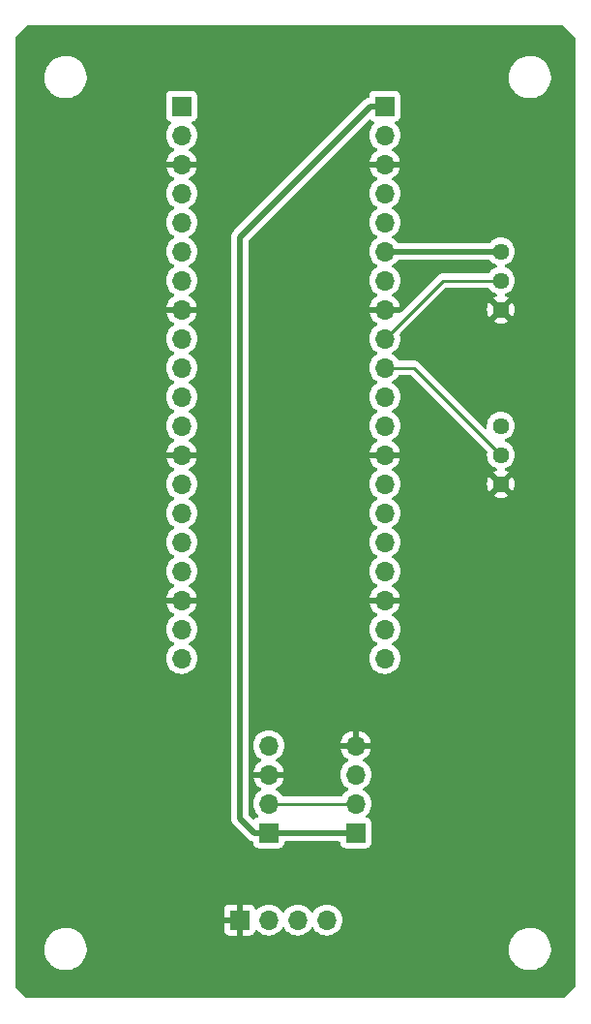
<source format=gbr>
%TF.GenerationSoftware,KiCad,Pcbnew,7.0.7*%
%TF.CreationDate,2023-08-18T13:44:29+09:00*%
%TF.ProjectId,WETHAP_PCB,57455448-4150-45f5-9043-422e6b696361,rev?*%
%TF.SameCoordinates,PX6dac2c0PY8954400*%
%TF.FileFunction,Copper,L2,Bot*%
%TF.FilePolarity,Positive*%
%FSLAX46Y46*%
G04 Gerber Fmt 4.6, Leading zero omitted, Abs format (unit mm)*
G04 Created by KiCad (PCBNEW 7.0.7) date 2023-08-18 13:44:29*
%MOMM*%
%LPD*%
G01*
G04 APERTURE LIST*
%TA.AperFunction,ComponentPad*%
%ADD10R,1.700000X1.700000*%
%TD*%
%TA.AperFunction,ComponentPad*%
%ADD11O,1.700000X1.700000*%
%TD*%
%TA.AperFunction,ComponentPad*%
%ADD12C,1.440000*%
%TD*%
%TA.AperFunction,ViaPad*%
%ADD13C,0.800000*%
%TD*%
%TA.AperFunction,Conductor*%
%ADD14C,0.500000*%
%TD*%
%TA.AperFunction,Conductor*%
%ADD15C,0.250000*%
%TD*%
G04 APERTURE END LIST*
D10*
%TO.P,DHT20,1,Pin_1*%
%TO.N,vbus*%
X22160000Y14460000D03*
D11*
%TO.P,DHT20,2,Pin_2*%
%TO.N,scl*%
X22160000Y17000000D03*
%TO.P,DHT20,3,Pin_3*%
%TO.N,gnd*%
X22160000Y19540000D03*
%TO.P,DHT20,4,Pin_4*%
%TO.N,sda*%
X22160000Y22080000D03*
%TD*%
D10*
%TO.P,J1,1,Pin_1*%
%TO.N,unconnected-(J1-Pin_1-Pad1)*%
X14540000Y77960000D03*
D11*
%TO.P,J1,2,Pin_2*%
%TO.N,unconnected-(J1-Pin_2-Pad2)*%
X14540000Y75420000D03*
%TO.P,J1,3,Pin_3*%
%TO.N,gnd*%
X14540000Y72880000D03*
%TO.P,J1,4,Pin_4*%
%TO.N,unconnected-(J1-Pin_4-Pad4)*%
X14540000Y70340000D03*
%TO.P,J1,5,Pin_5*%
%TO.N,unconnected-(J1-Pin_5-Pad5)*%
X14540000Y67800000D03*
%TO.P,J1,6,Pin_6*%
%TO.N,unconnected-(J1-Pin_6-Pad6)*%
X14540000Y65260000D03*
%TO.P,J1,7,Pin_7*%
%TO.N,unconnected-(J1-Pin_7-Pad7)*%
X14540000Y62720000D03*
%TO.P,J1,8,Pin_8*%
%TO.N,gnd*%
X14540000Y60180000D03*
%TO.P,J1,9,Pin_9*%
%TO.N,unconnected-(J1-Pin_9-Pad9)*%
X14540000Y57640000D03*
%TO.P,J1,10,Pin_10*%
%TO.N,unconnected-(J1-Pin_10-Pad10)*%
X14540000Y55100000D03*
%TO.P,J1,11,Pin_11*%
%TO.N,unconnected-(J1-Pin_11-Pad11)*%
X14540000Y52560000D03*
%TO.P,J1,12,Pin_12*%
%TO.N,unconnected-(J1-Pin_12-Pad12)*%
X14540000Y50020000D03*
%TO.P,J1,13,Pin_13*%
%TO.N,gnd*%
X14540000Y47480000D03*
%TO.P,J1,14,Pin_14*%
%TO.N,unconnected-(J1-Pin_14-Pad14)*%
X14540000Y44940000D03*
%TO.P,J1,15,Pin_15*%
%TO.N,unconnected-(J1-Pin_15-Pad15)*%
X14540000Y42400000D03*
%TO.P,J1,16,Pin_16*%
%TO.N,unconnected-(J1-Pin_16-Pad16)*%
X14540000Y39860000D03*
%TO.P,J1,17,Pin_17*%
%TO.N,unconnected-(J1-Pin_17-Pad17)*%
X14540000Y37320000D03*
%TO.P,J1,18,Pin_18*%
%TO.N,gnd*%
X14540000Y34780000D03*
%TO.P,J1,19,Pin_19*%
%TO.N,unconnected-(J1-Pin_19-Pad19)*%
X14540000Y32240000D03*
%TO.P,J1,20,Pin_20*%
%TO.N,unconnected-(J1-Pin_20-Pad20)*%
X14540000Y29700000D03*
%TD*%
D10*
%TO.P,SSD1306,1,Pin_1*%
%TO.N,gnd*%
X19620000Y6840000D03*
D11*
%TO.P,SSD1306,2,Pin_2*%
%TO.N,vbus*%
X22160000Y6840000D03*
%TO.P,SSD1306,3,Pin_3*%
%TO.N,scl*%
X24700000Y6840000D03*
%TO.P,SSD1306,4,Pin_4*%
%TO.N,sda*%
X27240000Y6840000D03*
%TD*%
D12*
%TO.P,RV1,1,1*%
%TO.N,adc_vref*%
X42480000Y50020000D03*
%TO.P,RV1,2,2*%
%TO.N,Net-(J2-Pin_10)*%
X42480000Y47480000D03*
%TO.P,RV1,3,3*%
%TO.N,gnd*%
X42480000Y44940000D03*
%TD*%
D10*
%TO.P,J2,1,Pin_1*%
%TO.N,vbus*%
X32320000Y77960000D03*
D11*
%TO.P,J2,2,Pin_2*%
%TO.N,unconnected-(J2-Pin_2-Pad2)*%
X32320000Y75420000D03*
%TO.P,J2,3,Pin_3*%
%TO.N,gnd*%
X32320000Y72880000D03*
%TO.P,J2,4,Pin_4*%
%TO.N,unconnected-(J2-Pin_4-Pad4)*%
X32320000Y70340000D03*
%TO.P,J2,5,Pin_5*%
%TO.N,unconnected-(J2-Pin_5-Pad5)*%
X32320000Y67800000D03*
%TO.P,J2,6,Pin_6*%
%TO.N,adc_vref*%
X32320000Y65260000D03*
%TO.P,J2,7,Pin_7*%
%TO.N,unconnected-(J2-Pin_7-Pad7)*%
X32320000Y62720000D03*
%TO.P,J2,8,Pin_8*%
%TO.N,gnd*%
X32320000Y60180000D03*
%TO.P,J2,9,Pin_9*%
%TO.N,Net-(J2-Pin_9)*%
X32320000Y57640000D03*
%TO.P,J2,10,Pin_10*%
%TO.N,Net-(J2-Pin_10)*%
X32320000Y55100000D03*
%TO.P,J2,11,Pin_11*%
%TO.N,unconnected-(J2-Pin_11-Pad11)*%
X32320000Y52560000D03*
%TO.P,J2,12,Pin_12*%
%TO.N,unconnected-(J2-Pin_12-Pad12)*%
X32320000Y50020000D03*
%TO.P,J2,13,Pin_13*%
%TO.N,gnd*%
X32320000Y47480000D03*
%TO.P,J2,14,Pin_14*%
%TO.N,unconnected-(J2-Pin_14-Pad14)*%
X32320000Y44940000D03*
%TO.P,J2,15,Pin_15*%
%TO.N,unconnected-(J2-Pin_15-Pad15)*%
X32320000Y42400000D03*
%TO.P,J2,16,Pin_16*%
%TO.N,unconnected-(J2-Pin_16-Pad16)*%
X32320000Y39860000D03*
%TO.P,J2,17,Pin_17*%
%TO.N,unconnected-(J2-Pin_17-Pad17)*%
X32320000Y37320000D03*
%TO.P,J2,18,Pin_18*%
%TO.N,gnd*%
X32320000Y34780000D03*
%TO.P,J2,19,Pin_19*%
%TO.N,scl*%
X32320000Y32240000D03*
%TO.P,J2,20,Pin_20*%
%TO.N,sda*%
X32320000Y29700000D03*
%TD*%
D12*
%TO.P,RV2,1,1*%
%TO.N,adc_vref*%
X42480000Y65260000D03*
%TO.P,RV2,2,2*%
%TO.N,Net-(J2-Pin_9)*%
X42480000Y62720000D03*
%TO.P,RV2,3,3*%
%TO.N,gnd*%
X42480000Y60180000D03*
%TD*%
D10*
%TO.P,BME680,1,Pin_1*%
%TO.N,vbus*%
X29780000Y14460000D03*
D11*
%TO.P,BME680,2,Pin_2*%
%TO.N,scl*%
X29780000Y17000000D03*
%TO.P,BME680,3,Pin_3*%
%TO.N,sda*%
X29780000Y19540000D03*
%TO.P,BME680,4,Pin_4*%
%TO.N,gnd*%
X29780000Y22080000D03*
%TD*%
D13*
%TO.N,gnd*%
X4380000Y24620000D03*
X17080000Y24620000D03*
X22160000Y56370000D03*
X22160000Y43670000D03*
X10730000Y18270000D03*
X45020000Y24620000D03*
X38670000Y81770000D03*
X36130000Y56370000D03*
X25970000Y24620000D03*
X4380000Y11920000D03*
X38670000Y72880000D03*
X45020000Y11920000D03*
X18350000Y69070000D03*
X10730000Y5570000D03*
X10730000Y56370000D03*
X10730000Y69070000D03*
X10730000Y43670000D03*
X40575000Y51290000D03*
X32320000Y11920000D03*
X28510000Y50020000D03*
X46290000Y51290000D03*
X4380000Y75420000D03*
X4380000Y50020000D03*
X45020000Y37320000D03*
X28510000Y37320000D03*
X4380000Y37320000D03*
X46290000Y66530000D03*
X38670000Y5570000D03*
X25970000Y8110000D03*
X18350000Y81770000D03*
X38670000Y18270000D03*
X28510000Y81770000D03*
X41210000Y63990000D03*
X10730000Y30970000D03*
X28510000Y62720000D03*
X4380000Y62720000D03*
X10730000Y81770000D03*
X38670000Y30970000D03*
X17080000Y11920000D03*
X36130000Y43670000D03*
X22160000Y30970000D03*
%TD*%
D14*
%TO.N,vbus*%
X19620000Y15730000D02*
X19620000Y66530000D01*
X31050000Y77960000D02*
X32320000Y77960000D01*
X20890000Y14460000D02*
X19620000Y15730000D01*
X19620000Y66530000D02*
X31050000Y77960000D01*
X22160000Y14460000D02*
X20890000Y14460000D01*
X22160000Y14460000D02*
X29780000Y14460000D01*
D15*
%TO.N,scl*%
X29780000Y17000000D02*
X22160000Y17000000D01*
D14*
%TO.N,adc_vref*%
X32320000Y65260000D02*
X42480000Y65260000D01*
D15*
%TO.N,Net-(J2-Pin_9)*%
X37400000Y62720000D02*
X42480000Y62720000D01*
X32320000Y57640000D02*
X37400000Y62720000D01*
%TO.N,Net-(J2-Pin_10)*%
X34860000Y55100000D02*
X42480000Y47480000D01*
X32320000Y55100000D02*
X34860000Y55100000D01*
%TD*%
%TA.AperFunction,Conductor*%
%TO.N,gnd*%
G36*
X41520129Y64489815D02*
G01*
X41540772Y64473181D01*
X41541468Y64472485D01*
X41541471Y64472481D01*
X41692481Y64321471D01*
X41867419Y64198979D01*
X41867421Y64198978D01*
X41867420Y64198978D01*
X41931936Y64168894D01*
X42060970Y64108724D01*
X42060983Y64108721D01*
X42066064Y64106870D01*
X42065292Y64104750D01*
X42116710Y64073406D01*
X42147237Y64010558D01*
X42138939Y63941183D01*
X42094452Y63887307D01*
X42065685Y63874170D01*
X42066064Y63873130D01*
X42060972Y63871277D01*
X42060970Y63871276D01*
X42060967Y63871275D01*
X42060968Y63871275D01*
X41867421Y63781023D01*
X41692478Y63658528D01*
X41541471Y63507521D01*
X41465049Y63398377D01*
X41410472Y63354752D01*
X41363474Y63345500D01*
X37482743Y63345500D01*
X37467122Y63347225D01*
X37467096Y63346939D01*
X37459334Y63347673D01*
X37459333Y63347673D01*
X37390186Y63345500D01*
X37360649Y63345500D01*
X37353766Y63344631D01*
X37347949Y63344174D01*
X37301373Y63342710D01*
X37282129Y63337119D01*
X37263079Y63333175D01*
X37243211Y63330666D01*
X37199884Y63313512D01*
X37194358Y63311621D01*
X37149614Y63298621D01*
X37149610Y63298619D01*
X37132366Y63288421D01*
X37114905Y63279867D01*
X37096274Y63272490D01*
X37096262Y63272483D01*
X37058570Y63245098D01*
X37053687Y63241891D01*
X37013580Y63218171D01*
X36999414Y63204005D01*
X36984624Y63191373D01*
X36968414Y63179596D01*
X36968411Y63179593D01*
X36938710Y63143691D01*
X36934777Y63139369D01*
X33761727Y59966319D01*
X33700404Y59932834D01*
X33674046Y59930000D01*
X32933347Y59930000D01*
X32866308Y59949685D01*
X32820553Y60002489D01*
X32810609Y60071647D01*
X32814369Y60088933D01*
X32820000Y60108112D01*
X32820000Y60251889D01*
X32814369Y60271067D01*
X32814370Y60340936D01*
X32852145Y60399714D01*
X32915701Y60428738D01*
X32933347Y60430000D01*
X33650636Y60430000D01*
X33650635Y60430001D01*
X33593432Y60643487D01*
X33593429Y60643493D01*
X33493600Y60857578D01*
X33493599Y60857580D01*
X33358113Y61051074D01*
X33358108Y61051080D01*
X33191078Y61218110D01*
X33005405Y61348121D01*
X32961780Y61402698D01*
X32954588Y61472196D01*
X32986110Y61534551D01*
X33005406Y61551270D01*
X33030336Y61568726D01*
X33191401Y61681505D01*
X33358495Y61848599D01*
X33494035Y62042170D01*
X33593903Y62256337D01*
X33655063Y62484592D01*
X33675659Y62720000D01*
X33655063Y62955408D01*
X33593903Y63183663D01*
X33494035Y63397829D01*
X33493652Y63398377D01*
X33358494Y63591403D01*
X33191402Y63758494D01*
X33191401Y63758495D01*
X33030335Y63871275D01*
X33005841Y63888426D01*
X32962216Y63943003D01*
X32955024Y64012502D01*
X32986546Y64074856D01*
X33005836Y64091572D01*
X33191401Y64221505D01*
X33358495Y64388599D01*
X33406126Y64456624D01*
X33460704Y64500249D01*
X33507701Y64509500D01*
X41453090Y64509500D01*
X41520129Y64489815D01*
G37*
%TD.AperFunction*%
%TA.AperFunction,Conductor*%
G36*
X48016177Y84979815D02*
G01*
X48036819Y84963181D01*
X48963182Y84036818D01*
X48996666Y83975497D01*
X48999500Y83949139D01*
X48999500Y1050862D01*
X48979815Y983823D01*
X48963181Y963181D01*
X48036819Y36819D01*
X47975496Y3334D01*
X47949138Y500D01*
X1050862Y500D01*
X983823Y20185D01*
X963181Y36819D01*
X36819Y963181D01*
X3334Y1024504D01*
X500Y1050862D01*
X500Y4232237D01*
X2525787Y4232237D01*
X2555413Y3962987D01*
X2555415Y3962976D01*
X2623926Y3700918D01*
X2623928Y3700912D01*
X2729870Y3451610D01*
X2801998Y3333425D01*
X2870979Y3220395D01*
X2870986Y3220385D01*
X3044253Y3012181D01*
X3044259Y3012176D01*
X3245998Y2831418D01*
X3471910Y2681956D01*
X3717176Y2566980D01*
X3717183Y2566978D01*
X3717185Y2566977D01*
X3976557Y2488943D01*
X3976564Y2488942D01*
X3976569Y2488940D01*
X4244561Y2449500D01*
X4244566Y2449500D01*
X4447636Y2449500D01*
X4499133Y2453270D01*
X4650156Y2464323D01*
X4762758Y2489407D01*
X4914546Y2523218D01*
X4914548Y2523219D01*
X4914553Y2523220D01*
X5167558Y2619986D01*
X5403777Y2752559D01*
X5618177Y2918112D01*
X5806186Y3113119D01*
X5963799Y3333421D01*
X6037787Y3477331D01*
X6087649Y3574310D01*
X6087651Y3574316D01*
X6087656Y3574325D01*
X6175118Y3830695D01*
X6224319Y4097067D01*
X6229259Y4232237D01*
X43165787Y4232237D01*
X43195413Y3962987D01*
X43195415Y3962976D01*
X43263926Y3700918D01*
X43263928Y3700912D01*
X43369870Y3451610D01*
X43441998Y3333425D01*
X43510979Y3220395D01*
X43510986Y3220385D01*
X43684253Y3012181D01*
X43684259Y3012176D01*
X43885998Y2831418D01*
X44111910Y2681956D01*
X44357176Y2566980D01*
X44357183Y2566978D01*
X44357185Y2566977D01*
X44616557Y2488943D01*
X44616564Y2488942D01*
X44616569Y2488940D01*
X44884561Y2449500D01*
X44884566Y2449500D01*
X45087636Y2449500D01*
X45139133Y2453270D01*
X45290156Y2464323D01*
X45402758Y2489407D01*
X45554546Y2523218D01*
X45554548Y2523219D01*
X45554553Y2523220D01*
X45807558Y2619986D01*
X46043777Y2752559D01*
X46258177Y2918112D01*
X46446186Y3113119D01*
X46603799Y3333421D01*
X46677787Y3477331D01*
X46727649Y3574310D01*
X46727651Y3574316D01*
X46727656Y3574325D01*
X46815118Y3830695D01*
X46864319Y4097067D01*
X46874212Y4367765D01*
X46844586Y4637018D01*
X46776072Y4899088D01*
X46670130Y5148390D01*
X46529018Y5379610D01*
X46439747Y5486881D01*
X46355746Y5587820D01*
X46355740Y5587825D01*
X46154002Y5768582D01*
X45928092Y5918043D01*
X45915771Y5923819D01*
X45682824Y6033020D01*
X45682819Y6033022D01*
X45682814Y6033024D01*
X45423442Y6111058D01*
X45423428Y6111061D01*
X45307791Y6128079D01*
X45155439Y6150500D01*
X44952369Y6150500D01*
X44952364Y6150500D01*
X44749844Y6135677D01*
X44749831Y6135675D01*
X44485453Y6076783D01*
X44485446Y6076780D01*
X44232439Y5980013D01*
X43996226Y5847443D01*
X43781822Y5681888D01*
X43593822Y5486891D01*
X43593816Y5486884D01*
X43436202Y5266581D01*
X43436199Y5266576D01*
X43312350Y5025691D01*
X43312343Y5025673D01*
X43224884Y4769315D01*
X43224881Y4769301D01*
X43175681Y4502932D01*
X43175680Y4502925D01*
X43165787Y4232237D01*
X6229259Y4232237D01*
X6234212Y4367765D01*
X6204586Y4637018D01*
X6136072Y4899088D01*
X6030130Y5148390D01*
X5889018Y5379610D01*
X5799747Y5486881D01*
X5715746Y5587820D01*
X5715740Y5587825D01*
X5514002Y5768582D01*
X5288092Y5918043D01*
X5275771Y5923819D01*
X5042824Y6033020D01*
X5042819Y6033022D01*
X5042814Y6033024D01*
X4783442Y6111058D01*
X4783428Y6111061D01*
X4667791Y6128079D01*
X4515439Y6150500D01*
X4312369Y6150500D01*
X4312364Y6150500D01*
X4109844Y6135677D01*
X4109831Y6135675D01*
X3845453Y6076783D01*
X3845446Y6076780D01*
X3592439Y5980013D01*
X3356226Y5847443D01*
X3141822Y5681888D01*
X2953822Y5486891D01*
X2953816Y5486884D01*
X2796202Y5266581D01*
X2796199Y5266576D01*
X2672350Y5025691D01*
X2672343Y5025673D01*
X2584884Y4769315D01*
X2584881Y4769301D01*
X2535681Y4502932D01*
X2535680Y4502925D01*
X2525787Y4232237D01*
X500Y4232237D01*
X500Y7090001D01*
X18269999Y7090001D01*
X18270000Y7090000D01*
X19006653Y7090000D01*
X19073692Y7070315D01*
X19119447Y7017511D01*
X19129391Y6948353D01*
X19125631Y6931067D01*
X19120000Y6911889D01*
X19120000Y6768112D01*
X19125631Y6748933D01*
X19125630Y6679064D01*
X19087855Y6620286D01*
X19024299Y6591262D01*
X19006653Y6590000D01*
X18270000Y6590000D01*
X18270000Y5942156D01*
X18276401Y5882628D01*
X18276403Y5882621D01*
X18326645Y5747914D01*
X18326649Y5747907D01*
X18412809Y5632813D01*
X18412812Y5632810D01*
X18527906Y5546650D01*
X18527913Y5546646D01*
X18662620Y5496404D01*
X18662627Y5496402D01*
X18722155Y5490001D01*
X18722172Y5490000D01*
X19370000Y5490000D01*
X19370000Y6227699D01*
X19389685Y6294738D01*
X19442489Y6340493D01*
X19511647Y6350437D01*
X19584237Y6340000D01*
X19584238Y6340000D01*
X19655762Y6340000D01*
X19655763Y6340000D01*
X19728353Y6350437D01*
X19797512Y6340493D01*
X19850315Y6294738D01*
X19870000Y6227699D01*
X19870000Y5490000D01*
X20517828Y5490000D01*
X20517844Y5490001D01*
X20577372Y5496402D01*
X20577379Y5496404D01*
X20712086Y5546646D01*
X20712093Y5546650D01*
X20827187Y5632810D01*
X20827190Y5632813D01*
X20913350Y5747907D01*
X20913354Y5747914D01*
X20962422Y5879471D01*
X21004293Y5935405D01*
X21069757Y5959822D01*
X21138030Y5944970D01*
X21166285Y5923819D01*
X21288599Y5801505D01*
X21335618Y5768582D01*
X21482165Y5665968D01*
X21482167Y5665967D01*
X21482170Y5665965D01*
X21696337Y5566097D01*
X21924592Y5504937D01*
X22095319Y5490000D01*
X22159999Y5484341D01*
X22160000Y5484341D01*
X22160001Y5484341D01*
X22224681Y5490000D01*
X22395408Y5504937D01*
X22623663Y5566097D01*
X22837830Y5665965D01*
X23031401Y5801505D01*
X23198495Y5968599D01*
X23328424Y6154158D01*
X23383002Y6197783D01*
X23452500Y6204977D01*
X23514855Y6173454D01*
X23531575Y6154158D01*
X23661500Y5968605D01*
X23661505Y5968599D01*
X23828599Y5801505D01*
X23875618Y5768582D01*
X24022165Y5665968D01*
X24022167Y5665967D01*
X24022170Y5665965D01*
X24236337Y5566097D01*
X24464592Y5504937D01*
X24635319Y5490000D01*
X24699999Y5484341D01*
X24700000Y5484341D01*
X24700001Y5484341D01*
X24764681Y5490000D01*
X24935408Y5504937D01*
X25163663Y5566097D01*
X25377830Y5665965D01*
X25571401Y5801505D01*
X25738495Y5968599D01*
X25868424Y6154158D01*
X25923002Y6197783D01*
X25992500Y6204977D01*
X26054855Y6173454D01*
X26071575Y6154158D01*
X26201500Y5968605D01*
X26201505Y5968599D01*
X26368599Y5801505D01*
X26415618Y5768582D01*
X26562165Y5665968D01*
X26562167Y5665967D01*
X26562170Y5665965D01*
X26776337Y5566097D01*
X27004592Y5504937D01*
X27175319Y5490000D01*
X27239999Y5484341D01*
X27240000Y5484341D01*
X27240001Y5484341D01*
X27304681Y5490000D01*
X27475408Y5504937D01*
X27703663Y5566097D01*
X27917830Y5665965D01*
X28111401Y5801505D01*
X28278495Y5968599D01*
X28414035Y6162170D01*
X28513903Y6376337D01*
X28575063Y6604592D01*
X28595659Y6840000D01*
X28575063Y7075408D01*
X28513903Y7303663D01*
X28414035Y7517829D01*
X28408425Y7525842D01*
X28278494Y7711403D01*
X28111402Y7878494D01*
X28111395Y7878499D01*
X27917834Y8014033D01*
X27917830Y8014035D01*
X27846727Y8047191D01*
X27703663Y8113903D01*
X27703659Y8113904D01*
X27703655Y8113906D01*
X27475413Y8175062D01*
X27475403Y8175064D01*
X27240001Y8195659D01*
X27239999Y8195659D01*
X27004596Y8175064D01*
X27004586Y8175062D01*
X26776344Y8113906D01*
X26776335Y8113902D01*
X26562171Y8014036D01*
X26562169Y8014035D01*
X26368597Y7878495D01*
X26201505Y7711403D01*
X26071575Y7525842D01*
X26016998Y7482217D01*
X25947500Y7475023D01*
X25885145Y7506546D01*
X25868425Y7525842D01*
X25738494Y7711403D01*
X25571402Y7878494D01*
X25571395Y7878499D01*
X25377834Y8014033D01*
X25377830Y8014035D01*
X25306727Y8047191D01*
X25163663Y8113903D01*
X25163659Y8113904D01*
X25163655Y8113906D01*
X24935413Y8175062D01*
X24935403Y8175064D01*
X24700001Y8195659D01*
X24699999Y8195659D01*
X24464596Y8175064D01*
X24464586Y8175062D01*
X24236344Y8113906D01*
X24236335Y8113902D01*
X24022171Y8014036D01*
X24022169Y8014035D01*
X23828597Y7878495D01*
X23661505Y7711403D01*
X23531575Y7525842D01*
X23476998Y7482217D01*
X23407500Y7475023D01*
X23345145Y7506546D01*
X23328425Y7525842D01*
X23198494Y7711403D01*
X23031402Y7878494D01*
X23031395Y7878499D01*
X22837834Y8014033D01*
X22837830Y8014035D01*
X22766727Y8047191D01*
X22623663Y8113903D01*
X22623659Y8113904D01*
X22623655Y8113906D01*
X22395413Y8175062D01*
X22395403Y8175064D01*
X22160001Y8195659D01*
X22159999Y8195659D01*
X21924596Y8175064D01*
X21924586Y8175062D01*
X21696344Y8113906D01*
X21696335Y8113902D01*
X21482171Y8014036D01*
X21482169Y8014035D01*
X21288600Y7878497D01*
X21166284Y7756181D01*
X21104961Y7722697D01*
X21035269Y7727681D01*
X20979336Y7769553D01*
X20962421Y7800530D01*
X20913354Y7932087D01*
X20913350Y7932094D01*
X20827190Y8047188D01*
X20827187Y8047191D01*
X20712093Y8133351D01*
X20712086Y8133355D01*
X20577379Y8183597D01*
X20577372Y8183599D01*
X20517844Y8190000D01*
X19870000Y8190000D01*
X19870000Y7452302D01*
X19850315Y7385263D01*
X19797511Y7339508D01*
X19728355Y7329564D01*
X19655766Y7340000D01*
X19655763Y7340000D01*
X19584237Y7340000D01*
X19584233Y7340000D01*
X19511645Y7329564D01*
X19442487Y7339508D01*
X19389684Y7385264D01*
X19370000Y7452302D01*
X19370000Y8190000D01*
X18722155Y8190000D01*
X18662627Y8183599D01*
X18662620Y8183597D01*
X18527913Y8133355D01*
X18527906Y8133351D01*
X18412812Y8047191D01*
X18412809Y8047188D01*
X18326649Y7932094D01*
X18326645Y7932087D01*
X18276403Y7797380D01*
X18276401Y7797373D01*
X18270000Y7737845D01*
X18270000Y7737828D01*
X18269999Y7090001D01*
X500Y7090001D01*
X500Y15751975D01*
X18864710Y15751975D01*
X18869264Y15699936D01*
X18869500Y15694530D01*
X18869500Y15686291D01*
X18873306Y15653725D01*
X18874347Y15641826D01*
X18880000Y15577209D01*
X18881461Y15570133D01*
X18881403Y15570122D01*
X18883034Y15562763D01*
X18883092Y15562776D01*
X18884757Y15555750D01*
X18911025Y15483576D01*
X18935185Y15410669D01*
X18938236Y15404126D01*
X18938182Y15404102D01*
X18941470Y15397312D01*
X18941521Y15397337D01*
X18944761Y15390887D01*
X18944762Y15390886D01*
X18944763Y15390883D01*
X18966475Y15357871D01*
X18986965Y15326717D01*
X19027287Y15261345D01*
X19031766Y15255681D01*
X19031719Y15255644D01*
X19036482Y15249798D01*
X19036528Y15249836D01*
X19041173Y15244300D01*
X19097018Y15191614D01*
X20314267Y13974366D01*
X20326048Y13960734D01*
X20340390Y13941470D01*
X20380420Y13907881D01*
X20384392Y13904241D01*
X20390223Y13898410D01*
X20390222Y13898410D01*
X20415944Y13878074D01*
X20415944Y13878073D01*
X20474786Y13828698D01*
X20474794Y13828694D01*
X20480824Y13824727D01*
X20480790Y13824677D01*
X20487137Y13820634D01*
X20487169Y13820684D01*
X20493318Y13816892D01*
X20493320Y13816891D01*
X20493323Y13816889D01*
X20562930Y13784431D01*
X20631567Y13749960D01*
X20631576Y13749958D01*
X20638355Y13747490D01*
X20638334Y13747433D01*
X20645451Y13744960D01*
X20645470Y13745016D01*
X20652323Y13742745D01*
X20652326Y13742745D01*
X20652327Y13742744D01*
X20710575Y13730718D01*
X20772249Y13697884D01*
X20806381Y13636919D01*
X20809501Y13609279D01*
X20809501Y13562124D01*
X20815908Y13502517D01*
X20866202Y13367672D01*
X20866206Y13367665D01*
X20952452Y13252456D01*
X20952455Y13252453D01*
X21067664Y13166207D01*
X21067671Y13166203D01*
X21202517Y13115909D01*
X21202516Y13115909D01*
X21209444Y13115165D01*
X21262127Y13109500D01*
X23057872Y13109501D01*
X23117483Y13115909D01*
X23252331Y13166204D01*
X23367546Y13252454D01*
X23453796Y13367669D01*
X23504091Y13502517D01*
X23510500Y13562127D01*
X23510500Y13585501D01*
X23530185Y13652539D01*
X23582989Y13698294D01*
X23634500Y13709500D01*
X28305501Y13709500D01*
X28372540Y13689815D01*
X28418295Y13637011D01*
X28429501Y13585500D01*
X28429501Y13562124D01*
X28435908Y13502517D01*
X28486202Y13367672D01*
X28486206Y13367665D01*
X28572452Y13252456D01*
X28572455Y13252453D01*
X28687664Y13166207D01*
X28687671Y13166203D01*
X28822517Y13115909D01*
X28822516Y13115909D01*
X28829444Y13115165D01*
X28882127Y13109500D01*
X30677872Y13109501D01*
X30737483Y13115909D01*
X30872331Y13166204D01*
X30987546Y13252454D01*
X31073796Y13367669D01*
X31124091Y13502517D01*
X31130500Y13562127D01*
X31130499Y15357872D01*
X31124824Y15410666D01*
X31124091Y15417484D01*
X31073797Y15552329D01*
X31073793Y15552336D01*
X30987547Y15667545D01*
X30987544Y15667548D01*
X30872335Y15753794D01*
X30872328Y15753798D01*
X30740917Y15802811D01*
X30684983Y15844682D01*
X30660566Y15910147D01*
X30675418Y15978420D01*
X30696563Y16006668D01*
X30818495Y16128599D01*
X30954035Y16322170D01*
X31053903Y16536337D01*
X31115063Y16764592D01*
X31135659Y17000000D01*
X31115063Y17235408D01*
X31053903Y17463663D01*
X30954035Y17677829D01*
X30953652Y17678377D01*
X30818494Y17871403D01*
X30651402Y18038494D01*
X30651401Y18038495D01*
X30465842Y18168425D01*
X30465841Y18168426D01*
X30422216Y18223003D01*
X30415024Y18292502D01*
X30446546Y18354856D01*
X30465836Y18371572D01*
X30651401Y18501505D01*
X30818495Y18668599D01*
X30954035Y18862170D01*
X31053903Y19076337D01*
X31115063Y19304592D01*
X31135659Y19540000D01*
X31115063Y19775408D01*
X31053903Y20003663D01*
X30954035Y20217829D01*
X30818495Y20411401D01*
X30818494Y20411403D01*
X30651402Y20578494D01*
X30651401Y20578495D01*
X30483844Y20695820D01*
X30465405Y20708731D01*
X30421781Y20763308D01*
X30414588Y20832807D01*
X30446110Y20895161D01*
X30465405Y20911881D01*
X30651082Y21041895D01*
X30818105Y21208918D01*
X30953600Y21402422D01*
X31053429Y21616508D01*
X31053432Y21616514D01*
X31110636Y21830000D01*
X30393347Y21830000D01*
X30326308Y21849685D01*
X30280553Y21902489D01*
X30270609Y21971647D01*
X30274369Y21988933D01*
X30280000Y22008112D01*
X30280000Y22151889D01*
X30274369Y22171067D01*
X30274370Y22240936D01*
X30312145Y22299714D01*
X30375701Y22328738D01*
X30393347Y22330000D01*
X31110636Y22330000D01*
X31110635Y22330001D01*
X31053432Y22543487D01*
X31053429Y22543493D01*
X30953600Y22757578D01*
X30953599Y22757580D01*
X30818113Y22951074D01*
X30818108Y22951080D01*
X30651082Y23118106D01*
X30457578Y23253601D01*
X30243492Y23353430D01*
X30243486Y23353433D01*
X30030000Y23410636D01*
X30030000Y22692302D01*
X30010315Y22625263D01*
X29957511Y22579508D01*
X29888355Y22569564D01*
X29815766Y22580000D01*
X29815763Y22580000D01*
X29744237Y22580000D01*
X29744233Y22580000D01*
X29671645Y22569564D01*
X29602487Y22579508D01*
X29549684Y22625264D01*
X29530000Y22692302D01*
X29530000Y23410636D01*
X29529999Y23410636D01*
X29316513Y23353433D01*
X29316507Y23353430D01*
X29102422Y23253601D01*
X29102420Y23253600D01*
X28908926Y23118114D01*
X28908920Y23118109D01*
X28741891Y22951080D01*
X28741886Y22951074D01*
X28606400Y22757580D01*
X28606399Y22757578D01*
X28506570Y22543493D01*
X28506567Y22543487D01*
X28449364Y22330001D01*
X28449364Y22330000D01*
X29166653Y22330000D01*
X29233692Y22310315D01*
X29279447Y22257511D01*
X29289391Y22188353D01*
X29285631Y22171067D01*
X29280000Y22151889D01*
X29280000Y22008112D01*
X29285631Y21988933D01*
X29285630Y21919064D01*
X29247855Y21860286D01*
X29184299Y21831262D01*
X29166653Y21830000D01*
X28449364Y21830000D01*
X28506567Y21616514D01*
X28506570Y21616508D01*
X28606399Y21402422D01*
X28741894Y21208918D01*
X28908917Y21041895D01*
X29094595Y20911881D01*
X29138219Y20857304D01*
X29145412Y20787805D01*
X29113890Y20725451D01*
X29094595Y20708731D01*
X28908594Y20578492D01*
X28741505Y20411403D01*
X28605965Y20217831D01*
X28605964Y20217829D01*
X28506098Y20003665D01*
X28506094Y20003656D01*
X28444938Y19775414D01*
X28444936Y19775404D01*
X28424341Y19540001D01*
X28424341Y19540000D01*
X28444936Y19304597D01*
X28444938Y19304587D01*
X28506094Y19076345D01*
X28506096Y19076341D01*
X28506097Y19076337D01*
X28605847Y18862422D01*
X28605965Y18862170D01*
X28605967Y18862166D01*
X28741501Y18668605D01*
X28741506Y18668598D01*
X28908597Y18501507D01*
X28908603Y18501502D01*
X29094158Y18371575D01*
X29137783Y18316998D01*
X29144977Y18247500D01*
X29113454Y18185145D01*
X29094158Y18168425D01*
X28908597Y18038495D01*
X28741505Y17871403D01*
X28606348Y17678377D01*
X28551771Y17634752D01*
X28504773Y17625500D01*
X23435227Y17625500D01*
X23368188Y17645185D01*
X23333652Y17678377D01*
X23198494Y17871403D01*
X23031402Y18038494D01*
X23031401Y18038495D01*
X22845842Y18168425D01*
X22845405Y18168731D01*
X22801781Y18223308D01*
X22794588Y18292807D01*
X22826110Y18355161D01*
X22845405Y18371881D01*
X23031082Y18501895D01*
X23198105Y18668918D01*
X23333600Y18862422D01*
X23433429Y19076508D01*
X23433432Y19076514D01*
X23490636Y19290000D01*
X22773347Y19290000D01*
X22706308Y19309685D01*
X22660553Y19362489D01*
X22650609Y19431647D01*
X22654369Y19448933D01*
X22660000Y19468112D01*
X22660000Y19611889D01*
X22654369Y19631067D01*
X22654370Y19700936D01*
X22692145Y19759714D01*
X22755701Y19788738D01*
X22773347Y19790000D01*
X23490636Y19790000D01*
X23490635Y19790001D01*
X23433432Y20003487D01*
X23433429Y20003493D01*
X23333600Y20217578D01*
X23333599Y20217580D01*
X23198113Y20411074D01*
X23198108Y20411080D01*
X23031078Y20578110D01*
X22845405Y20708121D01*
X22801780Y20762698D01*
X22794588Y20832196D01*
X22826110Y20894551D01*
X22845406Y20911270D01*
X22846279Y20911881D01*
X23031401Y21041505D01*
X23198495Y21208599D01*
X23334035Y21402170D01*
X23433903Y21616337D01*
X23495063Y21844592D01*
X23515659Y22080000D01*
X23495063Y22315408D01*
X23433903Y22543663D01*
X23334035Y22757829D01*
X23198495Y22951401D01*
X23198494Y22951403D01*
X23031402Y23118494D01*
X23031395Y23118499D01*
X22837834Y23254033D01*
X22837830Y23254035D01*
X22837828Y23254036D01*
X22623663Y23353903D01*
X22623659Y23353904D01*
X22623655Y23353906D01*
X22395413Y23415062D01*
X22395403Y23415064D01*
X22160001Y23435659D01*
X22159999Y23435659D01*
X21924596Y23415064D01*
X21924586Y23415062D01*
X21696344Y23353906D01*
X21696335Y23353902D01*
X21482171Y23254036D01*
X21482169Y23254035D01*
X21288597Y23118495D01*
X21121505Y22951403D01*
X20985965Y22757831D01*
X20985964Y22757829D01*
X20886098Y22543665D01*
X20886094Y22543656D01*
X20824938Y22315414D01*
X20824936Y22315404D01*
X20804341Y22080001D01*
X20804341Y22080000D01*
X20824936Y21844597D01*
X20824938Y21844587D01*
X20886094Y21616345D01*
X20886096Y21616341D01*
X20886097Y21616337D01*
X20985847Y21402422D01*
X20985965Y21402170D01*
X20985967Y21402166D01*
X21121501Y21208605D01*
X21121506Y21208598D01*
X21288597Y21041507D01*
X21288603Y21041502D01*
X21474594Y20911270D01*
X21518219Y20856693D01*
X21525413Y20787195D01*
X21493890Y20724840D01*
X21474595Y20708120D01*
X21288922Y20578110D01*
X21288920Y20578109D01*
X21121891Y20411080D01*
X21121886Y20411074D01*
X20986400Y20217580D01*
X20986399Y20217578D01*
X20886570Y20003493D01*
X20886567Y20003487D01*
X20829364Y19790001D01*
X20829364Y19790000D01*
X21546653Y19790000D01*
X21613692Y19770315D01*
X21659447Y19717511D01*
X21669391Y19648353D01*
X21665631Y19631067D01*
X21660000Y19611889D01*
X21660000Y19468112D01*
X21665631Y19448933D01*
X21665630Y19379064D01*
X21627855Y19320286D01*
X21564299Y19291262D01*
X21546653Y19290000D01*
X20829364Y19290000D01*
X20886567Y19076514D01*
X20886570Y19076508D01*
X20986399Y18862422D01*
X21121894Y18668918D01*
X21288917Y18501895D01*
X21474595Y18371881D01*
X21518219Y18317304D01*
X21525412Y18247805D01*
X21493890Y18185451D01*
X21474595Y18168731D01*
X21288594Y18038492D01*
X21121505Y17871403D01*
X20985965Y17677831D01*
X20985964Y17677829D01*
X20886098Y17463665D01*
X20886094Y17463656D01*
X20824938Y17235414D01*
X20824936Y17235404D01*
X20804341Y17000001D01*
X20804341Y17000000D01*
X20824936Y16764597D01*
X20824938Y16764587D01*
X20886094Y16536345D01*
X20886096Y16536341D01*
X20886097Y16536337D01*
X20961563Y16374500D01*
X20985965Y16322170D01*
X20985967Y16322166D01*
X21094281Y16167479D01*
X21121501Y16128604D01*
X21121506Y16128598D01*
X21243430Y16006674D01*
X21276915Y15945351D01*
X21271931Y15875659D01*
X21230059Y15819726D01*
X21199083Y15802811D01*
X21067669Y15753797D01*
X21067664Y15753794D01*
X20952455Y15667548D01*
X20952453Y15667546D01*
X20948891Y15662787D01*
X20892956Y15620919D01*
X20823264Y15615938D01*
X20761947Y15649422D01*
X20406819Y16004550D01*
X20373334Y16065873D01*
X20370500Y16092231D01*
X20370500Y66167771D01*
X20390185Y66234810D01*
X20406814Y66255447D01*
X30921948Y76770582D01*
X30983269Y76804065D01*
X31052961Y76799081D01*
X31108892Y76757212D01*
X31112453Y76752455D01*
X31112455Y76752453D01*
X31227664Y76666207D01*
X31227671Y76666203D01*
X31359081Y76617190D01*
X31415015Y76575319D01*
X31439432Y76509855D01*
X31424580Y76441582D01*
X31403430Y76413327D01*
X31281503Y76291400D01*
X31145965Y76097831D01*
X31145964Y76097829D01*
X31046098Y75883665D01*
X31046094Y75883656D01*
X30984938Y75655414D01*
X30984936Y75655404D01*
X30964341Y75420001D01*
X30964341Y75420000D01*
X30984936Y75184597D01*
X30984938Y75184587D01*
X31046094Y74956345D01*
X31046096Y74956341D01*
X31046097Y74956337D01*
X31145965Y74742170D01*
X31145967Y74742166D01*
X31281501Y74548605D01*
X31281506Y74548598D01*
X31448597Y74381507D01*
X31448603Y74381502D01*
X31634594Y74251270D01*
X31678219Y74196693D01*
X31685413Y74127195D01*
X31653890Y74064840D01*
X31634595Y74048120D01*
X31448922Y73918110D01*
X31448920Y73918109D01*
X31281891Y73751080D01*
X31281886Y73751074D01*
X31146400Y73557580D01*
X31146399Y73557578D01*
X31046570Y73343493D01*
X31046567Y73343487D01*
X30989364Y73130001D01*
X30989364Y73130000D01*
X31706653Y73130000D01*
X31773692Y73110315D01*
X31819447Y73057511D01*
X31829391Y72988353D01*
X31825631Y72971067D01*
X31820000Y72951889D01*
X31820000Y72808112D01*
X31825631Y72788933D01*
X31825630Y72719064D01*
X31787855Y72660286D01*
X31724299Y72631262D01*
X31706653Y72630000D01*
X30989364Y72630000D01*
X31046567Y72416514D01*
X31046570Y72416508D01*
X31146399Y72202422D01*
X31281894Y72008918D01*
X31448917Y71841895D01*
X31634595Y71711881D01*
X31678219Y71657304D01*
X31685412Y71587805D01*
X31653890Y71525451D01*
X31634595Y71508731D01*
X31448594Y71378492D01*
X31281505Y71211403D01*
X31145965Y71017831D01*
X31145964Y71017829D01*
X31046098Y70803665D01*
X31046094Y70803656D01*
X30984938Y70575414D01*
X30984936Y70575404D01*
X30964341Y70340001D01*
X30964341Y70340000D01*
X30984936Y70104597D01*
X30984938Y70104587D01*
X31046094Y69876345D01*
X31046096Y69876341D01*
X31046097Y69876337D01*
X31145965Y69662171D01*
X31145965Y69662170D01*
X31145967Y69662166D01*
X31281501Y69468605D01*
X31281506Y69468598D01*
X31448597Y69301507D01*
X31448603Y69301502D01*
X31634158Y69171575D01*
X31677783Y69116998D01*
X31684977Y69047500D01*
X31653454Y68985145D01*
X31634158Y68968425D01*
X31448597Y68838495D01*
X31281505Y68671403D01*
X31145965Y68477831D01*
X31145964Y68477829D01*
X31046098Y68263665D01*
X31046094Y68263656D01*
X30984938Y68035414D01*
X30984936Y68035404D01*
X30964341Y67800001D01*
X30964341Y67800000D01*
X30984936Y67564597D01*
X30984938Y67564587D01*
X31046094Y67336345D01*
X31046096Y67336341D01*
X31046097Y67336337D01*
X31145964Y67122170D01*
X31145965Y67122170D01*
X31145967Y67122166D01*
X31210659Y67029777D01*
X31278547Y66932823D01*
X31281501Y66928605D01*
X31281506Y66928598D01*
X31448597Y66761507D01*
X31448603Y66761502D01*
X31634158Y66631575D01*
X31677783Y66576998D01*
X31684977Y66507500D01*
X31653454Y66445145D01*
X31634158Y66428425D01*
X31448597Y66298495D01*
X31281505Y66131403D01*
X31145965Y65937831D01*
X31145964Y65937829D01*
X31046098Y65723665D01*
X31046094Y65723656D01*
X30984938Y65495414D01*
X30984936Y65495404D01*
X30964341Y65260001D01*
X30964341Y65260000D01*
X30984936Y65024597D01*
X30984938Y65024587D01*
X31046094Y64796345D01*
X31046096Y64796341D01*
X31046097Y64796337D01*
X31115539Y64647419D01*
X31145965Y64582170D01*
X31145967Y64582166D01*
X31281501Y64388605D01*
X31281506Y64388598D01*
X31448597Y64221507D01*
X31448603Y64221502D01*
X31634158Y64091575D01*
X31677783Y64036998D01*
X31684977Y63967500D01*
X31653454Y63905145D01*
X31634158Y63888425D01*
X31448597Y63758495D01*
X31281505Y63591403D01*
X31145965Y63397831D01*
X31145964Y63397829D01*
X31046098Y63183665D01*
X31046094Y63183656D01*
X30984938Y62955414D01*
X30984936Y62955404D01*
X30964341Y62720001D01*
X30964341Y62720000D01*
X30984936Y62484597D01*
X30984938Y62484587D01*
X31046094Y62256345D01*
X31046096Y62256341D01*
X31046097Y62256337D01*
X31115539Y62107419D01*
X31145965Y62042170D01*
X31145967Y62042166D01*
X31281501Y61848605D01*
X31281506Y61848598D01*
X31448597Y61681507D01*
X31448603Y61681502D01*
X31634594Y61551270D01*
X31678219Y61496693D01*
X31685413Y61427195D01*
X31653890Y61364840D01*
X31634595Y61348120D01*
X31448922Y61218110D01*
X31448920Y61218109D01*
X31281891Y61051080D01*
X31281886Y61051074D01*
X31146400Y60857580D01*
X31146399Y60857578D01*
X31046570Y60643493D01*
X31046567Y60643487D01*
X30989364Y60430001D01*
X30989364Y60430000D01*
X31706653Y60430000D01*
X31773692Y60410315D01*
X31819447Y60357511D01*
X31829391Y60288353D01*
X31825631Y60271067D01*
X31820000Y60251889D01*
X31820000Y60108112D01*
X31825631Y60088933D01*
X31825630Y60019064D01*
X31787855Y59960286D01*
X31724299Y59931262D01*
X31706653Y59930000D01*
X30989364Y59930000D01*
X31046567Y59716514D01*
X31046570Y59716508D01*
X31146399Y59502422D01*
X31281894Y59308918D01*
X31448917Y59141895D01*
X31634595Y59011881D01*
X31678219Y58957304D01*
X31685412Y58887805D01*
X31653890Y58825451D01*
X31634595Y58808731D01*
X31448594Y58678492D01*
X31281505Y58511403D01*
X31145965Y58317831D01*
X31145964Y58317829D01*
X31046098Y58103665D01*
X31046094Y58103656D01*
X30984938Y57875414D01*
X30984936Y57875404D01*
X30964341Y57640001D01*
X30964341Y57640000D01*
X30984936Y57404597D01*
X30984938Y57404587D01*
X31046094Y57176345D01*
X31046096Y57176341D01*
X31046097Y57176337D01*
X31145965Y56962171D01*
X31145965Y56962170D01*
X31145967Y56962166D01*
X31281501Y56768605D01*
X31281506Y56768598D01*
X31448597Y56601507D01*
X31448603Y56601502D01*
X31634158Y56471575D01*
X31677783Y56416998D01*
X31684977Y56347500D01*
X31653454Y56285145D01*
X31634158Y56268425D01*
X31448597Y56138495D01*
X31281505Y55971403D01*
X31145965Y55777831D01*
X31145964Y55777829D01*
X31046098Y55563665D01*
X31046094Y55563656D01*
X30984938Y55335414D01*
X30984936Y55335404D01*
X30964341Y55100001D01*
X30964341Y55100000D01*
X30984936Y54864597D01*
X30984938Y54864587D01*
X31046094Y54636345D01*
X31046096Y54636341D01*
X31046097Y54636337D01*
X31121563Y54474500D01*
X31145965Y54422170D01*
X31145967Y54422166D01*
X31254281Y54267479D01*
X31281501Y54228604D01*
X31281506Y54228598D01*
X31448597Y54061507D01*
X31448603Y54061502D01*
X31634158Y53931575D01*
X31677783Y53876998D01*
X31684977Y53807500D01*
X31653454Y53745145D01*
X31634158Y53728425D01*
X31448597Y53598495D01*
X31281505Y53431403D01*
X31145965Y53237831D01*
X31145964Y53237829D01*
X31046098Y53023665D01*
X31046094Y53023656D01*
X30984938Y52795414D01*
X30984936Y52795404D01*
X30964341Y52560001D01*
X30964341Y52560000D01*
X30984936Y52324597D01*
X30984938Y52324587D01*
X31046094Y52096345D01*
X31046096Y52096341D01*
X31046097Y52096337D01*
X31145965Y51882171D01*
X31145965Y51882170D01*
X31145967Y51882166D01*
X31281501Y51688605D01*
X31281506Y51688598D01*
X31448597Y51521507D01*
X31448603Y51521502D01*
X31634158Y51391575D01*
X31677783Y51336998D01*
X31684977Y51267500D01*
X31653454Y51205145D01*
X31634158Y51188425D01*
X31448597Y51058495D01*
X31281505Y50891403D01*
X31145965Y50697831D01*
X31145964Y50697829D01*
X31046098Y50483665D01*
X31046094Y50483656D01*
X30984938Y50255414D01*
X30984936Y50255404D01*
X30964341Y50020001D01*
X30964341Y50020000D01*
X30984936Y49784597D01*
X30984938Y49784587D01*
X31046094Y49556345D01*
X31046096Y49556341D01*
X31046097Y49556337D01*
X31115539Y49407419D01*
X31145965Y49342170D01*
X31145967Y49342166D01*
X31281501Y49148605D01*
X31281506Y49148598D01*
X31448597Y48981507D01*
X31448603Y48981502D01*
X31634594Y48851270D01*
X31678219Y48796693D01*
X31685413Y48727195D01*
X31653890Y48664840D01*
X31634595Y48648120D01*
X31448922Y48518110D01*
X31448920Y48518109D01*
X31281891Y48351080D01*
X31281886Y48351074D01*
X31146400Y48157580D01*
X31146399Y48157578D01*
X31046570Y47943493D01*
X31046567Y47943487D01*
X30989364Y47730001D01*
X30989364Y47730000D01*
X31706653Y47730000D01*
X31773692Y47710315D01*
X31819447Y47657511D01*
X31829391Y47588353D01*
X31825631Y47571067D01*
X31820000Y47551889D01*
X31820000Y47408112D01*
X31825631Y47388933D01*
X31825630Y47319064D01*
X31787855Y47260286D01*
X31724299Y47231262D01*
X31706653Y47230000D01*
X30989364Y47230000D01*
X31046567Y47016514D01*
X31046570Y47016508D01*
X31146399Y46802422D01*
X31281894Y46608918D01*
X31448917Y46441895D01*
X31634595Y46311881D01*
X31678219Y46257304D01*
X31685412Y46187805D01*
X31653890Y46125451D01*
X31634595Y46108731D01*
X31448594Y45978492D01*
X31281505Y45811403D01*
X31145965Y45617831D01*
X31145964Y45617829D01*
X31046098Y45403665D01*
X31046094Y45403656D01*
X30984938Y45175414D01*
X30984936Y45175404D01*
X30964341Y44940001D01*
X30964341Y44940000D01*
X30984936Y44704597D01*
X30984938Y44704587D01*
X31046094Y44476345D01*
X31046096Y44476341D01*
X31046097Y44476337D01*
X31051895Y44463904D01*
X31145965Y44262170D01*
X31145967Y44262166D01*
X31281501Y44068605D01*
X31281506Y44068598D01*
X31448597Y43901507D01*
X31448603Y43901502D01*
X31634158Y43771575D01*
X31677783Y43716998D01*
X31684977Y43647500D01*
X31653454Y43585145D01*
X31634158Y43568425D01*
X31448597Y43438495D01*
X31281505Y43271403D01*
X31145965Y43077831D01*
X31145964Y43077829D01*
X31046098Y42863665D01*
X31046094Y42863656D01*
X30984938Y42635414D01*
X30984936Y42635404D01*
X30964341Y42400001D01*
X30964341Y42400000D01*
X30984936Y42164597D01*
X30984938Y42164587D01*
X31046094Y41936345D01*
X31046096Y41936341D01*
X31046097Y41936337D01*
X31145965Y41722170D01*
X31145967Y41722166D01*
X31281501Y41528605D01*
X31281506Y41528598D01*
X31448597Y41361507D01*
X31448603Y41361502D01*
X31634158Y41231575D01*
X31677783Y41176998D01*
X31684977Y41107500D01*
X31653454Y41045145D01*
X31634158Y41028425D01*
X31448597Y40898495D01*
X31281505Y40731403D01*
X31145965Y40537831D01*
X31145964Y40537829D01*
X31046098Y40323665D01*
X31046094Y40323656D01*
X30984938Y40095414D01*
X30984936Y40095404D01*
X30964341Y39860001D01*
X30964341Y39860000D01*
X30984936Y39624597D01*
X30984938Y39624587D01*
X31046094Y39396345D01*
X31046096Y39396341D01*
X31046097Y39396337D01*
X31145964Y39182171D01*
X31145965Y39182170D01*
X31145967Y39182166D01*
X31281501Y38988605D01*
X31281506Y38988598D01*
X31448597Y38821507D01*
X31448603Y38821502D01*
X31634158Y38691575D01*
X31677783Y38636998D01*
X31684977Y38567500D01*
X31653454Y38505145D01*
X31634158Y38488425D01*
X31448597Y38358495D01*
X31281505Y38191403D01*
X31145965Y37997831D01*
X31145964Y37997829D01*
X31046098Y37783665D01*
X31046094Y37783656D01*
X30984938Y37555414D01*
X30984936Y37555404D01*
X30964341Y37320001D01*
X30964341Y37320000D01*
X30984936Y37084597D01*
X30984938Y37084587D01*
X31046094Y36856345D01*
X31046096Y36856341D01*
X31046097Y36856337D01*
X31145965Y36642171D01*
X31145965Y36642170D01*
X31145967Y36642166D01*
X31281501Y36448605D01*
X31281506Y36448598D01*
X31448597Y36281507D01*
X31448603Y36281502D01*
X31634594Y36151270D01*
X31678219Y36096693D01*
X31685413Y36027195D01*
X31653890Y35964840D01*
X31634595Y35948120D01*
X31448922Y35818110D01*
X31448920Y35818109D01*
X31281891Y35651080D01*
X31281886Y35651074D01*
X31146400Y35457580D01*
X31146399Y35457578D01*
X31046570Y35243493D01*
X31046567Y35243487D01*
X30989364Y35030001D01*
X30989364Y35030000D01*
X31706653Y35030000D01*
X31773692Y35010315D01*
X31819447Y34957511D01*
X31829391Y34888353D01*
X31825631Y34871067D01*
X31820000Y34851889D01*
X31820000Y34708112D01*
X31825631Y34688933D01*
X31825630Y34619064D01*
X31787855Y34560286D01*
X31724299Y34531262D01*
X31706653Y34530000D01*
X30989364Y34530000D01*
X31046567Y34316514D01*
X31046570Y34316508D01*
X31146399Y34102422D01*
X31281894Y33908918D01*
X31448917Y33741895D01*
X31634595Y33611881D01*
X31678219Y33557304D01*
X31685412Y33487805D01*
X31653890Y33425451D01*
X31634595Y33408731D01*
X31448594Y33278492D01*
X31281505Y33111403D01*
X31145965Y32917831D01*
X31145964Y32917829D01*
X31046098Y32703665D01*
X31046094Y32703656D01*
X30984938Y32475414D01*
X30984936Y32475404D01*
X30964341Y32240001D01*
X30964341Y32240000D01*
X30984936Y32004597D01*
X30984938Y32004587D01*
X31046094Y31776345D01*
X31046096Y31776341D01*
X31046097Y31776337D01*
X31145965Y31562170D01*
X31145967Y31562166D01*
X31281501Y31368605D01*
X31281506Y31368598D01*
X31448597Y31201507D01*
X31448603Y31201502D01*
X31634158Y31071575D01*
X31677783Y31016998D01*
X31684977Y30947500D01*
X31653454Y30885145D01*
X31634158Y30868425D01*
X31448597Y30738495D01*
X31281505Y30571403D01*
X31145965Y30377831D01*
X31145964Y30377829D01*
X31046098Y30163665D01*
X31046094Y30163656D01*
X30984938Y29935414D01*
X30984936Y29935404D01*
X30964341Y29700001D01*
X30964341Y29700000D01*
X30984936Y29464597D01*
X30984938Y29464587D01*
X31046094Y29236345D01*
X31046096Y29236341D01*
X31046097Y29236337D01*
X31145964Y29022171D01*
X31145965Y29022170D01*
X31145967Y29022166D01*
X31254281Y28867479D01*
X31281505Y28828599D01*
X31448599Y28661505D01*
X31545384Y28593736D01*
X31642165Y28525968D01*
X31642167Y28525967D01*
X31642170Y28525965D01*
X31856337Y28426097D01*
X32084592Y28364937D01*
X32272918Y28348461D01*
X32319999Y28344341D01*
X32320000Y28344341D01*
X32320001Y28344341D01*
X32359234Y28347774D01*
X32555408Y28364937D01*
X32783663Y28426097D01*
X32997830Y28525965D01*
X33191401Y28661505D01*
X33358495Y28828599D01*
X33494035Y29022170D01*
X33593903Y29236337D01*
X33655063Y29464592D01*
X33675659Y29700000D01*
X33655063Y29935408D01*
X33593903Y30163663D01*
X33494035Y30377829D01*
X33358495Y30571401D01*
X33358494Y30571403D01*
X33191402Y30738494D01*
X33191396Y30738499D01*
X33005842Y30868425D01*
X32962217Y30923002D01*
X32955023Y30992500D01*
X32986546Y31054855D01*
X33005842Y31071575D01*
X33028026Y31087109D01*
X33191401Y31201505D01*
X33358495Y31368599D01*
X33494035Y31562170D01*
X33593903Y31776337D01*
X33655063Y32004592D01*
X33675659Y32240000D01*
X33655063Y32475408D01*
X33593903Y32703663D01*
X33494035Y32917829D01*
X33358495Y33111401D01*
X33358494Y33111403D01*
X33191402Y33278494D01*
X33191401Y33278495D01*
X33005405Y33408731D01*
X32961781Y33463308D01*
X32954588Y33532807D01*
X32986110Y33595161D01*
X33005405Y33611881D01*
X33191082Y33741895D01*
X33358105Y33908918D01*
X33493600Y34102422D01*
X33593429Y34316508D01*
X33593432Y34316514D01*
X33650636Y34530000D01*
X32933347Y34530000D01*
X32866308Y34549685D01*
X32820553Y34602489D01*
X32810609Y34671647D01*
X32814369Y34688933D01*
X32820000Y34708112D01*
X32820000Y34851889D01*
X32814369Y34871067D01*
X32814370Y34940936D01*
X32852145Y34999714D01*
X32915701Y35028738D01*
X32933347Y35030000D01*
X33650636Y35030000D01*
X33650635Y35030001D01*
X33593432Y35243487D01*
X33593429Y35243493D01*
X33493600Y35457578D01*
X33493599Y35457580D01*
X33358113Y35651074D01*
X33358108Y35651080D01*
X33191078Y35818110D01*
X33005405Y35948121D01*
X32961780Y36002698D01*
X32954588Y36072196D01*
X32986110Y36134551D01*
X33005406Y36151270D01*
X33191401Y36281505D01*
X33358495Y36448599D01*
X33494035Y36642170D01*
X33593903Y36856337D01*
X33655063Y37084592D01*
X33675659Y37320000D01*
X33655063Y37555408D01*
X33593903Y37783663D01*
X33494035Y37997829D01*
X33358495Y38191401D01*
X33358494Y38191403D01*
X33191402Y38358494D01*
X33191401Y38358495D01*
X33005842Y38488425D01*
X33005841Y38488426D01*
X32962216Y38543003D01*
X32955024Y38612502D01*
X32986546Y38674856D01*
X33005836Y38691572D01*
X33191401Y38821505D01*
X33358495Y38988599D01*
X33494035Y39182170D01*
X33593903Y39396337D01*
X33655063Y39624592D01*
X33675659Y39860000D01*
X33655063Y40095408D01*
X33593903Y40323663D01*
X33494035Y40537829D01*
X33358495Y40731401D01*
X33358494Y40731403D01*
X33191402Y40898494D01*
X33191396Y40898499D01*
X33005842Y41028425D01*
X32962217Y41083002D01*
X32955023Y41152500D01*
X32986546Y41214855D01*
X33005842Y41231575D01*
X33028026Y41247109D01*
X33191401Y41361505D01*
X33358495Y41528599D01*
X33494035Y41722170D01*
X33593903Y41936337D01*
X33655063Y42164592D01*
X33675659Y42400000D01*
X33655063Y42635408D01*
X33593903Y42863663D01*
X33494035Y43077829D01*
X33358495Y43271401D01*
X33358494Y43271403D01*
X33191402Y43438494D01*
X33191401Y43438495D01*
X33005842Y43568425D01*
X33005841Y43568426D01*
X32962216Y43623003D01*
X32955024Y43692502D01*
X32986546Y43754856D01*
X33005836Y43771572D01*
X33191401Y43901505D01*
X33358495Y44068599D01*
X33494035Y44262170D01*
X33593903Y44476337D01*
X33655063Y44704592D01*
X33675659Y44940000D01*
X33655063Y45175408D01*
X33593903Y45403663D01*
X33494035Y45617829D01*
X33358495Y45811401D01*
X33358494Y45811403D01*
X33191402Y45978494D01*
X33191401Y45978495D01*
X33005405Y46108731D01*
X32961781Y46163308D01*
X32954588Y46232807D01*
X32986110Y46295161D01*
X33005405Y46311881D01*
X33191082Y46441895D01*
X33358105Y46608918D01*
X33493600Y46802422D01*
X33593429Y47016508D01*
X33593432Y47016514D01*
X33650636Y47230000D01*
X32933347Y47230000D01*
X32866308Y47249685D01*
X32820553Y47302489D01*
X32810609Y47371647D01*
X32814369Y47388933D01*
X32820000Y47408112D01*
X32820000Y47551889D01*
X32814369Y47571067D01*
X32814370Y47640936D01*
X32852145Y47699714D01*
X32915701Y47728738D01*
X32933347Y47730000D01*
X33650636Y47730000D01*
X33650635Y47730001D01*
X33593432Y47943487D01*
X33593429Y47943493D01*
X33493600Y48157578D01*
X33493599Y48157580D01*
X33358113Y48351074D01*
X33358108Y48351080D01*
X33191078Y48518110D01*
X33005405Y48648121D01*
X32961780Y48702698D01*
X32954588Y48772196D01*
X32986110Y48834551D01*
X33005406Y48851270D01*
X33030336Y48868726D01*
X33191401Y48981505D01*
X33358495Y49148599D01*
X33494035Y49342170D01*
X33593903Y49556337D01*
X33655063Y49784592D01*
X33675659Y50020000D01*
X33655063Y50255408D01*
X33593903Y50483663D01*
X33494035Y50697829D01*
X33417228Y50807522D01*
X33358494Y50891403D01*
X33191402Y51058494D01*
X33191396Y51058499D01*
X33005842Y51188425D01*
X32962217Y51243002D01*
X32955023Y51312500D01*
X32986546Y51374855D01*
X33005842Y51391575D01*
X33028026Y51407109D01*
X33191401Y51521505D01*
X33358495Y51688599D01*
X33494035Y51882170D01*
X33593903Y52096337D01*
X33655063Y52324592D01*
X33675659Y52560000D01*
X33655063Y52795408D01*
X33593903Y53023663D01*
X33494035Y53237829D01*
X33358495Y53431401D01*
X33358494Y53431403D01*
X33191402Y53598494D01*
X33191401Y53598495D01*
X33005842Y53728425D01*
X33005841Y53728426D01*
X32962216Y53783003D01*
X32955024Y53852502D01*
X32986546Y53914856D01*
X33005836Y53931572D01*
X33191401Y54061505D01*
X33358495Y54228599D01*
X33493651Y54421623D01*
X33548229Y54465248D01*
X33595227Y54474500D01*
X34549548Y54474500D01*
X34616587Y54454815D01*
X34637229Y54438181D01*
X41245907Y47829502D01*
X41279392Y47768179D01*
X41278001Y47709730D01*
X41273453Y47692758D01*
X41273450Y47692742D01*
X41254838Y47480001D01*
X41254838Y47479999D01*
X41273450Y47267259D01*
X41273452Y47267248D01*
X41328721Y47060978D01*
X41328723Y47060974D01*
X41328724Y47060970D01*
X41349457Y47016508D01*
X41418977Y46867422D01*
X41541472Y46692479D01*
X41692478Y46541473D01*
X41692481Y46541471D01*
X41867419Y46418979D01*
X41867421Y46418978D01*
X41867420Y46418978D01*
X41931936Y46388894D01*
X42060970Y46328724D01*
X42060983Y46328721D01*
X42066064Y46326870D01*
X42065390Y46325022D01*
X42117680Y46293143D01*
X42148204Y46230293D01*
X42139903Y46160918D01*
X42095413Y46107044D01*
X42065904Y46093568D01*
X42066236Y46092658D01*
X42061140Y46090803D01*
X41867667Y46000586D01*
X41811967Y45961586D01*
X42296133Y45477420D01*
X42329618Y45416097D01*
X42324634Y45346405D01*
X42282762Y45290472D01*
X42264748Y45279255D01*
X42241956Y45267642D01*
X42241949Y45267637D01*
X42152363Y45178051D01*
X42152358Y45178044D01*
X42140745Y45155252D01*
X42092770Y45104456D01*
X42024949Y45087662D01*
X41958814Y45110200D01*
X41942580Y45123867D01*
X41458414Y45608033D01*
X41419414Y45552333D01*
X41329197Y45358860D01*
X41329194Y45358854D01*
X41273945Y45152663D01*
X41273944Y45152655D01*
X41255340Y44940003D01*
X41255340Y44939998D01*
X41273944Y44727346D01*
X41273945Y44727338D01*
X41329194Y44521147D01*
X41329197Y44521141D01*
X41419412Y44327672D01*
X41419413Y44327670D01*
X41458415Y44271970D01*
X41458415Y44271969D01*
X41942580Y44756134D01*
X42003903Y44789619D01*
X42073594Y44784635D01*
X42129528Y44742764D01*
X42140742Y44724754D01*
X42152359Y44701955D01*
X42152361Y44701953D01*
X42152363Y44701950D01*
X42241949Y44612364D01*
X42241951Y44612363D01*
X42241955Y44612359D01*
X42264747Y44600746D01*
X42315542Y44552772D01*
X42332337Y44484951D01*
X42309799Y44418816D01*
X42296132Y44402581D01*
X41811967Y43918417D01*
X41867670Y43879414D01*
X42061140Y43789198D01*
X42061146Y43789195D01*
X42267337Y43733946D01*
X42267345Y43733945D01*
X42479998Y43715340D01*
X42480002Y43715340D01*
X42692654Y43733945D01*
X42692662Y43733946D01*
X42898853Y43789195D01*
X42898859Y43789198D01*
X43092330Y43879414D01*
X43092336Y43879418D01*
X43148031Y43918416D01*
X42663866Y44402581D01*
X42630381Y44463904D01*
X42635365Y44533596D01*
X42677237Y44589529D01*
X42695245Y44600742D01*
X42718045Y44612359D01*
X42807641Y44701955D01*
X42819254Y44724748D01*
X42867225Y44775542D01*
X42935046Y44792339D01*
X43001181Y44769803D01*
X43017419Y44756134D01*
X43501584Y44271969D01*
X43540582Y44327664D01*
X43540586Y44327670D01*
X43630802Y44521141D01*
X43630805Y44521147D01*
X43686054Y44727338D01*
X43686055Y44727346D01*
X43704660Y44939998D01*
X43704660Y44940003D01*
X43686055Y45152655D01*
X43686054Y45152663D01*
X43630805Y45358854D01*
X43630802Y45358860D01*
X43540586Y45552330D01*
X43501583Y45608033D01*
X43017419Y45123868D01*
X42956096Y45090383D01*
X42886404Y45095367D01*
X42830471Y45137239D01*
X42819256Y45155249D01*
X42807641Y45178045D01*
X42807637Y45178049D01*
X42807636Y45178051D01*
X42718050Y45267637D01*
X42718047Y45267639D01*
X42718045Y45267641D01*
X42695250Y45279256D01*
X42644456Y45327229D01*
X42627661Y45395050D01*
X42650198Y45461185D01*
X42663866Y45477420D01*
X43148031Y45961585D01*
X43092330Y46000587D01*
X43092328Y46000588D01*
X42898859Y46090803D01*
X42893764Y46092658D01*
X42894455Y46094557D01*
X42842325Y46126333D01*
X42811797Y46189180D01*
X42820093Y46258556D01*
X42864579Y46312433D01*
X42894257Y46325986D01*
X42893936Y46326870D01*
X42899013Y46328720D01*
X42899030Y46328724D01*
X43092581Y46418979D01*
X43267519Y46541471D01*
X43418529Y46692481D01*
X43541021Y46867419D01*
X43631276Y47060970D01*
X43686549Y47267253D01*
X43705162Y47480000D01*
X43686549Y47692747D01*
X43631276Y47899030D01*
X43541021Y48092581D01*
X43418529Y48267519D01*
X43418527Y48267522D01*
X43267521Y48418528D01*
X43092578Y48541023D01*
X43092579Y48541023D01*
X42963547Y48601191D01*
X42899030Y48631276D01*
X42899023Y48631278D01*
X42893936Y48633130D01*
X42894703Y48635238D01*
X42843245Y48666643D01*
X42812751Y48729507D01*
X42821085Y48798878D01*
X42865601Y48852731D01*
X42894318Y48865821D01*
X42893936Y48866870D01*
X42899013Y48868720D01*
X42899030Y48868724D01*
X43092581Y48958979D01*
X43267519Y49081471D01*
X43418529Y49232481D01*
X43541021Y49407419D01*
X43631276Y49600970D01*
X43686549Y49807253D01*
X43705162Y50020000D01*
X43686549Y50232747D01*
X43631276Y50439030D01*
X43541021Y50632581D01*
X43418529Y50807519D01*
X43418527Y50807522D01*
X43267521Y50958528D01*
X43092578Y51081023D01*
X43092579Y51081023D01*
X42963547Y51141191D01*
X42899030Y51171276D01*
X42899026Y51171277D01*
X42899022Y51171279D01*
X42692752Y51226548D01*
X42692748Y51226549D01*
X42692747Y51226549D01*
X42692746Y51226550D01*
X42692741Y51226550D01*
X42480002Y51245162D01*
X42479998Y51245162D01*
X42267258Y51226550D01*
X42267247Y51226548D01*
X42060977Y51171279D01*
X42060968Y51171275D01*
X41867421Y51081023D01*
X41692478Y50958528D01*
X41541472Y50807522D01*
X41418977Y50632579D01*
X41328725Y50439032D01*
X41328721Y50439023D01*
X41273452Y50232753D01*
X41273450Y50232742D01*
X41254838Y50020002D01*
X41254838Y50019998D01*
X41266395Y49887893D01*
X41252628Y49819393D01*
X41204013Y49769210D01*
X41135984Y49753277D01*
X41070140Y49776653D01*
X41055186Y49789405D01*
X35360803Y55483788D01*
X35350980Y55496050D01*
X35350759Y55495866D01*
X35345786Y55501877D01*
X35345785Y55501878D01*
X35295364Y55549227D01*
X35280926Y55563665D01*
X35274475Y55570117D01*
X35268986Y55574375D01*
X35264561Y55578153D01*
X35230582Y55610062D01*
X35230580Y55610064D01*
X35230577Y55610065D01*
X35213029Y55619712D01*
X35196763Y55630396D01*
X35180933Y55642675D01*
X35138168Y55661182D01*
X35132922Y55663752D01*
X35092093Y55686197D01*
X35092092Y55686198D01*
X35072693Y55691178D01*
X35054281Y55697482D01*
X35035898Y55705438D01*
X35035892Y55705440D01*
X34989874Y55712728D01*
X34984152Y55713913D01*
X34939021Y55725500D01*
X34939019Y55725500D01*
X34918984Y55725500D01*
X34899586Y55727027D01*
X34892162Y55728203D01*
X34879805Y55730160D01*
X34879804Y55730160D01*
X34833416Y55725775D01*
X34827578Y55725500D01*
X33595227Y55725500D01*
X33528188Y55745185D01*
X33493652Y55778377D01*
X33358494Y55971403D01*
X33191402Y56138494D01*
X33191396Y56138499D01*
X33005842Y56268425D01*
X32962217Y56323002D01*
X32955023Y56392500D01*
X32986546Y56454855D01*
X33005842Y56471575D01*
X33028026Y56487109D01*
X33191401Y56601505D01*
X33358495Y56768599D01*
X33494035Y56962170D01*
X33593903Y57176337D01*
X33655063Y57404592D01*
X33675659Y57640000D01*
X33655063Y57875408D01*
X33628142Y57975875D01*
X33629806Y58045724D01*
X33660235Y58095647D01*
X37622771Y62058181D01*
X37684095Y62091666D01*
X37710453Y62094500D01*
X41363474Y62094500D01*
X41430513Y62074815D01*
X41465049Y62041623D01*
X41541471Y61932480D01*
X41692478Y61781473D01*
X41692481Y61781471D01*
X41867419Y61658979D01*
X41867421Y61658978D01*
X41867420Y61658978D01*
X41931936Y61628894D01*
X42060970Y61568724D01*
X42060983Y61568721D01*
X42066064Y61566870D01*
X42065390Y61565022D01*
X42117680Y61533143D01*
X42148204Y61470293D01*
X42139903Y61400918D01*
X42095413Y61347044D01*
X42065904Y61333568D01*
X42066236Y61332658D01*
X42061140Y61330803D01*
X41867667Y61240586D01*
X41811967Y61201586D01*
X42296133Y60717420D01*
X42329618Y60656097D01*
X42324634Y60586405D01*
X42282762Y60530472D01*
X42264748Y60519255D01*
X42241956Y60507642D01*
X42241949Y60507637D01*
X42152363Y60418051D01*
X42152358Y60418044D01*
X42140745Y60395252D01*
X42092770Y60344456D01*
X42024949Y60327662D01*
X41958814Y60350200D01*
X41942580Y60363867D01*
X41458414Y60848033D01*
X41419414Y60792333D01*
X41329197Y60598860D01*
X41329194Y60598854D01*
X41273945Y60392663D01*
X41273944Y60392655D01*
X41255340Y60180003D01*
X41255340Y60179998D01*
X41273944Y59967346D01*
X41273945Y59967338D01*
X41329194Y59761147D01*
X41329197Y59761141D01*
X41419412Y59567672D01*
X41419413Y59567670D01*
X41458415Y59511970D01*
X41458415Y59511969D01*
X41942580Y59996134D01*
X42003903Y60029619D01*
X42073594Y60024635D01*
X42129528Y59982764D01*
X42140742Y59964754D01*
X42152359Y59941955D01*
X42152361Y59941953D01*
X42152363Y59941950D01*
X42241949Y59852364D01*
X42241951Y59852363D01*
X42241955Y59852359D01*
X42264747Y59840746D01*
X42315542Y59792772D01*
X42332337Y59724951D01*
X42309799Y59658816D01*
X42296132Y59642581D01*
X41811967Y59158417D01*
X41867670Y59119414D01*
X42061140Y59029198D01*
X42061146Y59029195D01*
X42267337Y58973946D01*
X42267345Y58973945D01*
X42479998Y58955340D01*
X42480002Y58955340D01*
X42692654Y58973945D01*
X42692662Y58973946D01*
X42898853Y59029195D01*
X42898859Y59029198D01*
X43092330Y59119414D01*
X43092336Y59119418D01*
X43148031Y59158416D01*
X42663866Y59642581D01*
X42630381Y59703904D01*
X42635365Y59773596D01*
X42677237Y59829529D01*
X42695245Y59840742D01*
X42718045Y59852359D01*
X42807641Y59941955D01*
X42819254Y59964748D01*
X42867225Y60015542D01*
X42935046Y60032339D01*
X43001181Y60009803D01*
X43017419Y59996134D01*
X43501584Y59511969D01*
X43540582Y59567664D01*
X43540586Y59567670D01*
X43630802Y59761141D01*
X43630805Y59761147D01*
X43686054Y59967338D01*
X43686055Y59967346D01*
X43704660Y60179998D01*
X43704660Y60180003D01*
X43686055Y60392655D01*
X43686054Y60392663D01*
X43630805Y60598854D01*
X43630802Y60598860D01*
X43540586Y60792330D01*
X43501583Y60848033D01*
X43017419Y60363868D01*
X42956096Y60330383D01*
X42886404Y60335367D01*
X42830471Y60377239D01*
X42819256Y60395249D01*
X42807641Y60418045D01*
X42807637Y60418049D01*
X42807636Y60418051D01*
X42718050Y60507637D01*
X42718047Y60507639D01*
X42718045Y60507641D01*
X42695250Y60519256D01*
X42644456Y60567229D01*
X42627661Y60635050D01*
X42650198Y60701185D01*
X42663866Y60717420D01*
X43148031Y61201585D01*
X43092330Y61240587D01*
X43092328Y61240588D01*
X42898859Y61330803D01*
X42893764Y61332658D01*
X42894455Y61334557D01*
X42842325Y61366333D01*
X42811797Y61429180D01*
X42820093Y61498556D01*
X42864579Y61552433D01*
X42894257Y61565986D01*
X42893936Y61566870D01*
X42899013Y61568720D01*
X42899030Y61568724D01*
X43092581Y61658979D01*
X43267519Y61781471D01*
X43418529Y61932481D01*
X43541021Y62107419D01*
X43631276Y62300970D01*
X43686549Y62507253D01*
X43705162Y62720000D01*
X43686549Y62932747D01*
X43631276Y63139030D01*
X43541021Y63332581D01*
X43418529Y63507519D01*
X43418527Y63507522D01*
X43267521Y63658528D01*
X43092578Y63781023D01*
X43092579Y63781023D01*
X42963547Y63841191D01*
X42899030Y63871276D01*
X42899023Y63871278D01*
X42893936Y63873130D01*
X42894709Y63875254D01*
X42843305Y63906576D01*
X42812766Y63969419D01*
X42821050Y64038796D01*
X42865528Y64092680D01*
X42894315Y64105828D01*
X42893936Y64106870D01*
X42899013Y64108720D01*
X42899030Y64108724D01*
X43092581Y64198979D01*
X43267519Y64321471D01*
X43418529Y64472481D01*
X43541021Y64647419D01*
X43631276Y64840970D01*
X43686549Y65047253D01*
X43705162Y65260000D01*
X43686549Y65472747D01*
X43631276Y65679030D01*
X43541021Y65872581D01*
X43418529Y66047519D01*
X43418527Y66047522D01*
X43267521Y66198528D01*
X43092578Y66321023D01*
X43092579Y66321023D01*
X42963547Y66381191D01*
X42899030Y66411276D01*
X42899026Y66411277D01*
X42899022Y66411279D01*
X42692752Y66466548D01*
X42692748Y66466549D01*
X42692747Y66466549D01*
X42692746Y66466550D01*
X42692741Y66466550D01*
X42480002Y66485162D01*
X42479998Y66485162D01*
X42267258Y66466550D01*
X42267247Y66466548D01*
X42060977Y66411279D01*
X42060968Y66411275D01*
X41867421Y66321023D01*
X41692482Y66198531D01*
X41625355Y66131403D01*
X41541471Y66047519D01*
X41541468Y66047516D01*
X41540772Y66046819D01*
X41479448Y66013334D01*
X41453090Y66010500D01*
X33507701Y66010500D01*
X33440662Y66030185D01*
X33406126Y66063377D01*
X33358494Y66131403D01*
X33191402Y66298494D01*
X33191396Y66298499D01*
X33005842Y66428425D01*
X32962217Y66483002D01*
X32955023Y66552500D01*
X32986546Y66614855D01*
X33005842Y66631575D01*
X33092759Y66692435D01*
X33191401Y66761505D01*
X33358495Y66928599D01*
X33494035Y67122170D01*
X33593903Y67336337D01*
X33655063Y67564592D01*
X33675659Y67800000D01*
X33655063Y68035408D01*
X33593903Y68263663D01*
X33494035Y68477829D01*
X33358495Y68671401D01*
X33358494Y68671403D01*
X33191402Y68838494D01*
X33191401Y68838495D01*
X33005842Y68968425D01*
X33005841Y68968426D01*
X32962216Y69023003D01*
X32955024Y69092502D01*
X32986546Y69154856D01*
X33005836Y69171572D01*
X33191401Y69301505D01*
X33358495Y69468599D01*
X33494035Y69662170D01*
X33593903Y69876337D01*
X33655063Y70104592D01*
X33675659Y70340000D01*
X33655063Y70575408D01*
X33593903Y70803663D01*
X33494035Y71017829D01*
X33358495Y71211401D01*
X33358494Y71211403D01*
X33191402Y71378494D01*
X33191401Y71378495D01*
X33005405Y71508731D01*
X32961781Y71563308D01*
X32954588Y71632807D01*
X32986110Y71695161D01*
X33005405Y71711881D01*
X33191082Y71841895D01*
X33358105Y72008918D01*
X33493600Y72202422D01*
X33593429Y72416508D01*
X33593432Y72416514D01*
X33650636Y72630000D01*
X32933347Y72630000D01*
X32866308Y72649685D01*
X32820553Y72702489D01*
X32810609Y72771647D01*
X32814369Y72788933D01*
X32820000Y72808112D01*
X32820000Y72951889D01*
X32814369Y72971067D01*
X32814370Y73040936D01*
X32852145Y73099714D01*
X32915701Y73128738D01*
X32933347Y73130000D01*
X33650636Y73130000D01*
X33650635Y73130001D01*
X33593432Y73343487D01*
X33593429Y73343493D01*
X33493600Y73557578D01*
X33493599Y73557580D01*
X33358113Y73751074D01*
X33358108Y73751080D01*
X33191078Y73918110D01*
X33005405Y74048121D01*
X32961780Y74102698D01*
X32954588Y74172196D01*
X32986110Y74234551D01*
X33005406Y74251270D01*
X33191401Y74381505D01*
X33358495Y74548599D01*
X33494035Y74742170D01*
X33593903Y74956337D01*
X33655063Y75184592D01*
X33675659Y75420000D01*
X33655063Y75655408D01*
X33593903Y75883663D01*
X33494035Y76097829D01*
X33358495Y76291401D01*
X33236567Y76413329D01*
X33203084Y76474649D01*
X33208068Y76544341D01*
X33249939Y76600275D01*
X33280915Y76617190D01*
X33412331Y76666204D01*
X33527546Y76752454D01*
X33613796Y76867669D01*
X33664091Y77002517D01*
X33670500Y77062127D01*
X33670499Y78857872D01*
X33664091Y78917483D01*
X33613796Y79052331D01*
X33613795Y79052332D01*
X33613793Y79052336D01*
X33527547Y79167545D01*
X33527544Y79167548D01*
X33412335Y79253794D01*
X33412328Y79253798D01*
X33277482Y79304092D01*
X33277483Y79304092D01*
X33217883Y79310499D01*
X33217881Y79310500D01*
X33217873Y79310500D01*
X33217864Y79310500D01*
X31422129Y79310500D01*
X31422123Y79310499D01*
X31362516Y79304092D01*
X31227671Y79253798D01*
X31227664Y79253794D01*
X31112455Y79167548D01*
X31112452Y79167545D01*
X31026206Y79052336D01*
X31026202Y79052329D01*
X30975908Y78917483D01*
X30972089Y78881956D01*
X30969501Y78857877D01*
X30969500Y78857865D01*
X30969500Y78815508D01*
X30949815Y78748469D01*
X30897011Y78702714D01*
X30882516Y78697739D01*
X30882527Y78697709D01*
X30875746Y78695242D01*
X30875745Y78695241D01*
X30845736Y78684320D01*
X30803575Y78668975D01*
X30730665Y78644815D01*
X30724126Y78641765D01*
X30724101Y78641817D01*
X30717308Y78638529D01*
X30717334Y78638478D01*
X30710884Y78635239D01*
X30646716Y78593036D01*
X30581347Y78552715D01*
X30575677Y78548231D01*
X30575641Y78548277D01*
X30569798Y78543516D01*
X30569835Y78543472D01*
X30564310Y78538836D01*
X30511614Y78482983D01*
X19134358Y67105728D01*
X19120729Y67093949D01*
X19101468Y67079610D01*
X19067898Y67039603D01*
X19064253Y67035624D01*
X19058409Y67029778D01*
X19038059Y67004041D01*
X18988695Y66945211D01*
X18984729Y66939181D01*
X18984682Y66939212D01*
X18980630Y66932853D01*
X18980679Y66932823D01*
X18976889Y66926679D01*
X18944424Y66857059D01*
X18909960Y66788434D01*
X18907488Y66781643D01*
X18907432Y66781664D01*
X18904960Y66774550D01*
X18905015Y66774531D01*
X18902742Y66767673D01*
X18894975Y66730055D01*
X18887207Y66692435D01*
X18874001Y66636716D01*
X18869498Y66617714D01*
X18868661Y66610546D01*
X18868601Y66610553D01*
X18867835Y66603055D01*
X18867895Y66603049D01*
X18867265Y66595860D01*
X18869500Y66519084D01*
X18869500Y15793706D01*
X18868191Y15775737D01*
X18864710Y15751975D01*
X500Y15751975D01*
X500Y29700000D01*
X13184341Y29700000D01*
X13204936Y29464597D01*
X13204938Y29464587D01*
X13266094Y29236345D01*
X13266096Y29236341D01*
X13266097Y29236337D01*
X13365965Y29022171D01*
X13365965Y29022170D01*
X13365967Y29022166D01*
X13474281Y28867479D01*
X13501505Y28828599D01*
X13668599Y28661505D01*
X13765384Y28593736D01*
X13862165Y28525968D01*
X13862167Y28525967D01*
X13862170Y28525965D01*
X14076337Y28426097D01*
X14304592Y28364937D01*
X14492918Y28348461D01*
X14539999Y28344341D01*
X14540000Y28344341D01*
X14540001Y28344341D01*
X14579234Y28347774D01*
X14775408Y28364937D01*
X15003663Y28426097D01*
X15217830Y28525965D01*
X15411401Y28661505D01*
X15578495Y28828599D01*
X15714035Y29022170D01*
X15813903Y29236337D01*
X15875063Y29464592D01*
X15895659Y29700000D01*
X15875063Y29935408D01*
X15813903Y30163663D01*
X15714035Y30377829D01*
X15578495Y30571401D01*
X15578494Y30571403D01*
X15411402Y30738494D01*
X15411396Y30738499D01*
X15225842Y30868425D01*
X15182217Y30923002D01*
X15175023Y30992500D01*
X15206546Y31054855D01*
X15225842Y31071575D01*
X15248026Y31087109D01*
X15411401Y31201505D01*
X15578495Y31368599D01*
X15714035Y31562170D01*
X15813903Y31776337D01*
X15875063Y32004592D01*
X15895659Y32240000D01*
X15875063Y32475408D01*
X15813903Y32703663D01*
X15714035Y32917829D01*
X15578495Y33111401D01*
X15578494Y33111403D01*
X15411402Y33278494D01*
X15411401Y33278495D01*
X15225405Y33408731D01*
X15181781Y33463308D01*
X15174588Y33532807D01*
X15206110Y33595161D01*
X15225405Y33611881D01*
X15411082Y33741895D01*
X15578105Y33908918D01*
X15713600Y34102422D01*
X15813429Y34316508D01*
X15813432Y34316514D01*
X15870636Y34530000D01*
X15153347Y34530000D01*
X15086308Y34549685D01*
X15040553Y34602489D01*
X15030609Y34671647D01*
X15034369Y34688933D01*
X15040000Y34708112D01*
X15040000Y34851889D01*
X15034369Y34871067D01*
X15034370Y34940936D01*
X15072145Y34999714D01*
X15135701Y35028738D01*
X15153347Y35030000D01*
X15870636Y35030000D01*
X15870635Y35030001D01*
X15813432Y35243487D01*
X15813429Y35243493D01*
X15713600Y35457578D01*
X15713599Y35457580D01*
X15578113Y35651074D01*
X15578108Y35651080D01*
X15411078Y35818110D01*
X15225405Y35948121D01*
X15181780Y36002698D01*
X15174588Y36072196D01*
X15206110Y36134551D01*
X15225406Y36151270D01*
X15411401Y36281505D01*
X15578495Y36448599D01*
X15714035Y36642170D01*
X15813903Y36856337D01*
X15875063Y37084592D01*
X15895659Y37320000D01*
X15875063Y37555408D01*
X15813903Y37783663D01*
X15714035Y37997829D01*
X15578495Y38191401D01*
X15578494Y38191403D01*
X15411402Y38358494D01*
X15411401Y38358495D01*
X15225842Y38488425D01*
X15225841Y38488426D01*
X15182216Y38543003D01*
X15175024Y38612502D01*
X15206546Y38674856D01*
X15225836Y38691572D01*
X15411401Y38821505D01*
X15578495Y38988599D01*
X15714035Y39182170D01*
X15813903Y39396337D01*
X15875063Y39624592D01*
X15895659Y39860000D01*
X15875063Y40095408D01*
X15813903Y40323663D01*
X15714035Y40537829D01*
X15578495Y40731401D01*
X15578494Y40731403D01*
X15411402Y40898494D01*
X15411396Y40898499D01*
X15225842Y41028425D01*
X15182217Y41083002D01*
X15175023Y41152500D01*
X15206546Y41214855D01*
X15225842Y41231575D01*
X15248026Y41247109D01*
X15411401Y41361505D01*
X15578495Y41528599D01*
X15714035Y41722170D01*
X15813903Y41936337D01*
X15875063Y42164592D01*
X15895659Y42400000D01*
X15875063Y42635408D01*
X15813903Y42863663D01*
X15714035Y43077829D01*
X15578495Y43271401D01*
X15578494Y43271403D01*
X15411402Y43438494D01*
X15411401Y43438495D01*
X15225842Y43568425D01*
X15225841Y43568426D01*
X15182216Y43623003D01*
X15175024Y43692502D01*
X15206546Y43754856D01*
X15225836Y43771572D01*
X15411401Y43901505D01*
X15578495Y44068599D01*
X15714035Y44262170D01*
X15813903Y44476337D01*
X15875063Y44704592D01*
X15895659Y44940000D01*
X15875063Y45175408D01*
X15813903Y45403663D01*
X15714035Y45617829D01*
X15578495Y45811401D01*
X15578494Y45811403D01*
X15411402Y45978494D01*
X15411401Y45978495D01*
X15225405Y46108731D01*
X15181781Y46163308D01*
X15174588Y46232807D01*
X15206110Y46295161D01*
X15225405Y46311881D01*
X15411082Y46441895D01*
X15578105Y46608918D01*
X15713600Y46802422D01*
X15813429Y47016508D01*
X15813432Y47016514D01*
X15870636Y47230000D01*
X15153347Y47230000D01*
X15086308Y47249685D01*
X15040553Y47302489D01*
X15030609Y47371647D01*
X15034369Y47388933D01*
X15040000Y47408112D01*
X15040000Y47551889D01*
X15034369Y47571067D01*
X15034370Y47640936D01*
X15072145Y47699714D01*
X15135701Y47728738D01*
X15153347Y47730000D01*
X15870636Y47730000D01*
X15870635Y47730001D01*
X15813432Y47943487D01*
X15813429Y47943493D01*
X15713600Y48157578D01*
X15713599Y48157580D01*
X15578113Y48351074D01*
X15578108Y48351080D01*
X15411078Y48518110D01*
X15225405Y48648121D01*
X15181780Y48702698D01*
X15174588Y48772196D01*
X15206110Y48834551D01*
X15225406Y48851270D01*
X15250336Y48868726D01*
X15411401Y48981505D01*
X15578495Y49148599D01*
X15714035Y49342170D01*
X15813903Y49556337D01*
X15875063Y49784592D01*
X15895659Y50020000D01*
X15875063Y50255408D01*
X15813903Y50483663D01*
X15714035Y50697829D01*
X15637228Y50807522D01*
X15578494Y50891403D01*
X15411402Y51058494D01*
X15411396Y51058499D01*
X15225842Y51188425D01*
X15182217Y51243002D01*
X15175023Y51312500D01*
X15206546Y51374855D01*
X15225842Y51391575D01*
X15248026Y51407109D01*
X15411401Y51521505D01*
X15578495Y51688599D01*
X15714035Y51882170D01*
X15813903Y52096337D01*
X15875063Y52324592D01*
X15895659Y52560000D01*
X15875063Y52795408D01*
X15813903Y53023663D01*
X15714035Y53237829D01*
X15578495Y53431401D01*
X15578494Y53431403D01*
X15411402Y53598494D01*
X15411401Y53598495D01*
X15225842Y53728425D01*
X15225841Y53728426D01*
X15182216Y53783003D01*
X15175024Y53852502D01*
X15206546Y53914856D01*
X15225836Y53931572D01*
X15411401Y54061505D01*
X15578495Y54228599D01*
X15714035Y54422170D01*
X15813903Y54636337D01*
X15875063Y54864592D01*
X15895659Y55100000D01*
X15875063Y55335408D01*
X15813903Y55563663D01*
X15714035Y55777829D01*
X15713652Y55778377D01*
X15578494Y55971403D01*
X15411402Y56138494D01*
X15411396Y56138499D01*
X15225842Y56268425D01*
X15182217Y56323002D01*
X15175023Y56392500D01*
X15206546Y56454855D01*
X15225842Y56471575D01*
X15248026Y56487109D01*
X15411401Y56601505D01*
X15578495Y56768599D01*
X15714035Y56962170D01*
X15813903Y57176337D01*
X15875063Y57404592D01*
X15895659Y57640000D01*
X15875063Y57875408D01*
X15813903Y58103663D01*
X15714035Y58317829D01*
X15578495Y58511401D01*
X15578494Y58511403D01*
X15411402Y58678494D01*
X15411401Y58678495D01*
X15225405Y58808731D01*
X15181781Y58863308D01*
X15174588Y58932807D01*
X15206110Y58995161D01*
X15225405Y59011881D01*
X15411082Y59141895D01*
X15578105Y59308918D01*
X15713600Y59502422D01*
X15813429Y59716508D01*
X15813432Y59716514D01*
X15870636Y59930000D01*
X15153347Y59930000D01*
X15086308Y59949685D01*
X15040553Y60002489D01*
X15030609Y60071647D01*
X15034369Y60088933D01*
X15040000Y60108112D01*
X15040000Y60251889D01*
X15034369Y60271067D01*
X15034370Y60340936D01*
X15072145Y60399714D01*
X15135701Y60428738D01*
X15153347Y60430000D01*
X15870636Y60430000D01*
X15870635Y60430001D01*
X15813432Y60643487D01*
X15813429Y60643493D01*
X15713600Y60857578D01*
X15713599Y60857580D01*
X15578113Y61051074D01*
X15578108Y61051080D01*
X15411078Y61218110D01*
X15225405Y61348121D01*
X15181780Y61402698D01*
X15174588Y61472196D01*
X15206110Y61534551D01*
X15225406Y61551270D01*
X15250336Y61568726D01*
X15411401Y61681505D01*
X15578495Y61848599D01*
X15714035Y62042170D01*
X15813903Y62256337D01*
X15875063Y62484592D01*
X15895659Y62720000D01*
X15875063Y62955408D01*
X15813903Y63183663D01*
X15714035Y63397829D01*
X15713652Y63398377D01*
X15578494Y63591403D01*
X15411402Y63758494D01*
X15411396Y63758499D01*
X15225842Y63888425D01*
X15182217Y63943002D01*
X15175023Y64012500D01*
X15206546Y64074855D01*
X15225842Y64091575D01*
X15379229Y64198978D01*
X15411401Y64221505D01*
X15578495Y64388599D01*
X15714035Y64582170D01*
X15813903Y64796337D01*
X15875063Y65024592D01*
X15895659Y65260000D01*
X15875063Y65495408D01*
X15813903Y65723663D01*
X15714035Y65937829D01*
X15663151Y66010500D01*
X15578494Y66131403D01*
X15411402Y66298494D01*
X15411396Y66298499D01*
X15225842Y66428425D01*
X15182217Y66483002D01*
X15175023Y66552500D01*
X15206546Y66614855D01*
X15225842Y66631575D01*
X15312759Y66692435D01*
X15411401Y66761505D01*
X15578495Y66928599D01*
X15714035Y67122170D01*
X15813903Y67336337D01*
X15875063Y67564592D01*
X15895659Y67800000D01*
X15875063Y68035408D01*
X15813903Y68263663D01*
X15714035Y68477829D01*
X15578495Y68671401D01*
X15578494Y68671403D01*
X15411402Y68838494D01*
X15411396Y68838499D01*
X15225842Y68968425D01*
X15182217Y69023002D01*
X15175023Y69092500D01*
X15206546Y69154855D01*
X15225842Y69171575D01*
X15248026Y69187109D01*
X15411401Y69301505D01*
X15578495Y69468599D01*
X15714035Y69662170D01*
X15813903Y69876337D01*
X15875063Y70104592D01*
X15895659Y70340000D01*
X15875063Y70575408D01*
X15813903Y70803663D01*
X15714035Y71017829D01*
X15578495Y71211401D01*
X15578494Y71211403D01*
X15411402Y71378494D01*
X15411401Y71378495D01*
X15225405Y71508731D01*
X15181781Y71563308D01*
X15174588Y71632807D01*
X15206110Y71695161D01*
X15225405Y71711881D01*
X15411082Y71841895D01*
X15578105Y72008918D01*
X15713600Y72202422D01*
X15813429Y72416508D01*
X15813432Y72416514D01*
X15870636Y72630000D01*
X15153347Y72630000D01*
X15086308Y72649685D01*
X15040553Y72702489D01*
X15030609Y72771647D01*
X15034369Y72788933D01*
X15040000Y72808112D01*
X15040000Y72951889D01*
X15034369Y72971067D01*
X15034370Y73040936D01*
X15072145Y73099714D01*
X15135701Y73128738D01*
X15153347Y73130000D01*
X15870636Y73130000D01*
X15870635Y73130001D01*
X15813432Y73343487D01*
X15813429Y73343493D01*
X15713600Y73557578D01*
X15713599Y73557580D01*
X15578113Y73751074D01*
X15578108Y73751080D01*
X15411078Y73918110D01*
X15225405Y74048121D01*
X15181780Y74102698D01*
X15174588Y74172196D01*
X15206110Y74234551D01*
X15225406Y74251270D01*
X15411401Y74381505D01*
X15578495Y74548599D01*
X15714035Y74742170D01*
X15813903Y74956337D01*
X15875063Y75184592D01*
X15895659Y75420000D01*
X15875063Y75655408D01*
X15813903Y75883663D01*
X15714035Y76097829D01*
X15578495Y76291401D01*
X15456567Y76413329D01*
X15423084Y76474649D01*
X15428068Y76544341D01*
X15469939Y76600275D01*
X15500915Y76617190D01*
X15632331Y76666204D01*
X15747546Y76752454D01*
X15833796Y76867669D01*
X15884091Y77002517D01*
X15890500Y77062127D01*
X15890499Y78857872D01*
X15884091Y78917483D01*
X15833796Y79052331D01*
X15833795Y79052332D01*
X15833793Y79052336D01*
X15747547Y79167545D01*
X15747544Y79167548D01*
X15632335Y79253794D01*
X15632328Y79253798D01*
X15497482Y79304092D01*
X15497483Y79304092D01*
X15437883Y79310499D01*
X15437881Y79310500D01*
X15437873Y79310500D01*
X15437864Y79310500D01*
X13642129Y79310500D01*
X13642123Y79310499D01*
X13582516Y79304092D01*
X13447671Y79253798D01*
X13447664Y79253794D01*
X13332455Y79167548D01*
X13332452Y79167545D01*
X13246206Y79052336D01*
X13246202Y79052329D01*
X13195908Y78917483D01*
X13192089Y78881956D01*
X13189501Y78857877D01*
X13189500Y78857865D01*
X13189500Y77062130D01*
X13189501Y77062124D01*
X13195908Y77002517D01*
X13246202Y76867672D01*
X13246206Y76867665D01*
X13332452Y76752456D01*
X13332455Y76752453D01*
X13447664Y76666207D01*
X13447671Y76666203D01*
X13579081Y76617190D01*
X13635015Y76575319D01*
X13659432Y76509855D01*
X13644580Y76441582D01*
X13623430Y76413327D01*
X13501503Y76291400D01*
X13365965Y76097831D01*
X13365964Y76097829D01*
X13266098Y75883665D01*
X13266094Y75883656D01*
X13204938Y75655414D01*
X13204936Y75655404D01*
X13184341Y75420001D01*
X13184341Y75420000D01*
X13204936Y75184597D01*
X13204938Y75184587D01*
X13266094Y74956345D01*
X13266096Y74956341D01*
X13266097Y74956337D01*
X13365965Y74742171D01*
X13365965Y74742170D01*
X13365967Y74742166D01*
X13501501Y74548605D01*
X13501506Y74548598D01*
X13668597Y74381507D01*
X13668603Y74381502D01*
X13854594Y74251270D01*
X13898219Y74196693D01*
X13905413Y74127195D01*
X13873890Y74064840D01*
X13854595Y74048120D01*
X13668922Y73918110D01*
X13668920Y73918109D01*
X13501891Y73751080D01*
X13501886Y73751074D01*
X13366400Y73557580D01*
X13366399Y73557578D01*
X13266570Y73343493D01*
X13266567Y73343487D01*
X13209364Y73130001D01*
X13209364Y73130000D01*
X13926653Y73130000D01*
X13993692Y73110315D01*
X14039447Y73057511D01*
X14049391Y72988353D01*
X14045631Y72971067D01*
X14040000Y72951889D01*
X14040000Y72808112D01*
X14045631Y72788933D01*
X14045630Y72719064D01*
X14007855Y72660286D01*
X13944299Y72631262D01*
X13926653Y72630000D01*
X13209364Y72630000D01*
X13266567Y72416514D01*
X13266570Y72416508D01*
X13366399Y72202422D01*
X13501894Y72008918D01*
X13668917Y71841895D01*
X13854595Y71711881D01*
X13898219Y71657304D01*
X13905412Y71587805D01*
X13873890Y71525451D01*
X13854595Y71508731D01*
X13668594Y71378492D01*
X13501505Y71211403D01*
X13365965Y71017831D01*
X13365964Y71017829D01*
X13266098Y70803665D01*
X13266094Y70803656D01*
X13204938Y70575414D01*
X13204936Y70575404D01*
X13184341Y70340001D01*
X13184341Y70340000D01*
X13204936Y70104597D01*
X13204938Y70104587D01*
X13266094Y69876345D01*
X13266096Y69876341D01*
X13266097Y69876337D01*
X13365965Y69662171D01*
X13365965Y69662170D01*
X13365967Y69662166D01*
X13501501Y69468605D01*
X13501506Y69468598D01*
X13668597Y69301507D01*
X13668603Y69301502D01*
X13854158Y69171575D01*
X13897783Y69116998D01*
X13904977Y69047500D01*
X13873454Y68985145D01*
X13854158Y68968425D01*
X13668597Y68838495D01*
X13501505Y68671403D01*
X13365965Y68477831D01*
X13365964Y68477829D01*
X13266098Y68263665D01*
X13266094Y68263656D01*
X13204938Y68035414D01*
X13204936Y68035404D01*
X13184341Y67800001D01*
X13184341Y67800000D01*
X13204936Y67564597D01*
X13204938Y67564587D01*
X13266094Y67336345D01*
X13266096Y67336341D01*
X13266097Y67336337D01*
X13365965Y67122170D01*
X13365967Y67122166D01*
X13430659Y67029777D01*
X13498547Y66932823D01*
X13501501Y66928605D01*
X13501506Y66928598D01*
X13668597Y66761507D01*
X13668603Y66761502D01*
X13854158Y66631575D01*
X13897783Y66576998D01*
X13904977Y66507500D01*
X13873454Y66445145D01*
X13854158Y66428425D01*
X13668597Y66298495D01*
X13501505Y66131403D01*
X13365965Y65937831D01*
X13365964Y65937829D01*
X13266098Y65723665D01*
X13266094Y65723656D01*
X13204938Y65495414D01*
X13204936Y65495404D01*
X13184341Y65260001D01*
X13184341Y65260000D01*
X13204936Y65024597D01*
X13204938Y65024587D01*
X13266094Y64796345D01*
X13266096Y64796341D01*
X13266097Y64796337D01*
X13335539Y64647419D01*
X13365965Y64582170D01*
X13365967Y64582166D01*
X13501501Y64388605D01*
X13501506Y64388598D01*
X13668597Y64221507D01*
X13668603Y64221502D01*
X13854158Y64091575D01*
X13897783Y64036998D01*
X13904977Y63967500D01*
X13873454Y63905145D01*
X13854158Y63888425D01*
X13668597Y63758495D01*
X13501505Y63591403D01*
X13365965Y63397831D01*
X13365964Y63397829D01*
X13266098Y63183665D01*
X13266094Y63183656D01*
X13204938Y62955414D01*
X13204936Y62955404D01*
X13184341Y62720001D01*
X13184341Y62720000D01*
X13204936Y62484597D01*
X13204938Y62484587D01*
X13266094Y62256345D01*
X13266096Y62256341D01*
X13266097Y62256337D01*
X13335539Y62107419D01*
X13365965Y62042170D01*
X13365967Y62042166D01*
X13501501Y61848605D01*
X13501506Y61848598D01*
X13668597Y61681507D01*
X13668603Y61681502D01*
X13854594Y61551270D01*
X13898219Y61496693D01*
X13905413Y61427195D01*
X13873890Y61364840D01*
X13854595Y61348120D01*
X13668922Y61218110D01*
X13668920Y61218109D01*
X13501891Y61051080D01*
X13501886Y61051074D01*
X13366400Y60857580D01*
X13366399Y60857578D01*
X13266570Y60643493D01*
X13266567Y60643487D01*
X13209364Y60430001D01*
X13209364Y60430000D01*
X13926653Y60430000D01*
X13993692Y60410315D01*
X14039447Y60357511D01*
X14049391Y60288353D01*
X14045631Y60271067D01*
X14040000Y60251889D01*
X14040000Y60108112D01*
X14045631Y60088933D01*
X14045630Y60019064D01*
X14007855Y59960286D01*
X13944299Y59931262D01*
X13926653Y59930000D01*
X13209364Y59930000D01*
X13266567Y59716514D01*
X13266570Y59716508D01*
X13366399Y59502422D01*
X13501894Y59308918D01*
X13668917Y59141895D01*
X13854595Y59011881D01*
X13898219Y58957304D01*
X13905412Y58887805D01*
X13873890Y58825451D01*
X13854595Y58808731D01*
X13668594Y58678492D01*
X13501505Y58511403D01*
X13365965Y58317831D01*
X13365964Y58317829D01*
X13266098Y58103665D01*
X13266094Y58103656D01*
X13204938Y57875414D01*
X13204936Y57875404D01*
X13184341Y57640001D01*
X13184341Y57640000D01*
X13204936Y57404597D01*
X13204938Y57404587D01*
X13266094Y57176345D01*
X13266096Y57176341D01*
X13266097Y57176337D01*
X13365965Y56962170D01*
X13365967Y56962166D01*
X13501501Y56768605D01*
X13501506Y56768598D01*
X13668597Y56601507D01*
X13668603Y56601502D01*
X13854158Y56471575D01*
X13897783Y56416998D01*
X13904977Y56347500D01*
X13873454Y56285145D01*
X13854158Y56268425D01*
X13668597Y56138495D01*
X13501505Y55971403D01*
X13365965Y55777831D01*
X13365964Y55777829D01*
X13266098Y55563665D01*
X13266094Y55563656D01*
X13204938Y55335414D01*
X13204936Y55335404D01*
X13184341Y55100001D01*
X13184341Y55100000D01*
X13204936Y54864597D01*
X13204938Y54864587D01*
X13266094Y54636345D01*
X13266096Y54636341D01*
X13266097Y54636337D01*
X13341563Y54474500D01*
X13365965Y54422170D01*
X13365967Y54422166D01*
X13474281Y54267479D01*
X13501501Y54228604D01*
X13501506Y54228598D01*
X13668597Y54061507D01*
X13668603Y54061502D01*
X13854158Y53931575D01*
X13897783Y53876998D01*
X13904977Y53807500D01*
X13873454Y53745145D01*
X13854158Y53728425D01*
X13668597Y53598495D01*
X13501505Y53431403D01*
X13365965Y53237831D01*
X13365964Y53237829D01*
X13266098Y53023665D01*
X13266094Y53023656D01*
X13204938Y52795414D01*
X13204936Y52795404D01*
X13184341Y52560001D01*
X13184341Y52560000D01*
X13204936Y52324597D01*
X13204938Y52324587D01*
X13266094Y52096345D01*
X13266096Y52096341D01*
X13266097Y52096337D01*
X13365965Y51882170D01*
X13365967Y51882166D01*
X13501501Y51688605D01*
X13501506Y51688598D01*
X13668597Y51521507D01*
X13668603Y51521502D01*
X13854158Y51391575D01*
X13897783Y51336998D01*
X13904977Y51267500D01*
X13873454Y51205145D01*
X13854158Y51188425D01*
X13668597Y51058495D01*
X13501505Y50891403D01*
X13365965Y50697831D01*
X13365964Y50697829D01*
X13266098Y50483665D01*
X13266094Y50483656D01*
X13204938Y50255414D01*
X13204936Y50255404D01*
X13184341Y50020001D01*
X13184341Y50020000D01*
X13204936Y49784597D01*
X13204938Y49784587D01*
X13266094Y49556345D01*
X13266096Y49556341D01*
X13266097Y49556337D01*
X13335539Y49407419D01*
X13365965Y49342170D01*
X13365967Y49342166D01*
X13501501Y49148605D01*
X13501506Y49148598D01*
X13668597Y48981507D01*
X13668603Y48981502D01*
X13854594Y48851270D01*
X13898219Y48796693D01*
X13905413Y48727195D01*
X13873890Y48664840D01*
X13854595Y48648120D01*
X13668922Y48518110D01*
X13668920Y48518109D01*
X13501891Y48351080D01*
X13501886Y48351074D01*
X13366400Y48157580D01*
X13366399Y48157578D01*
X13266570Y47943493D01*
X13266567Y47943487D01*
X13209364Y47730001D01*
X13209364Y47730000D01*
X13926653Y47730000D01*
X13993692Y47710315D01*
X14039447Y47657511D01*
X14049391Y47588353D01*
X14045631Y47571067D01*
X14040000Y47551889D01*
X14040000Y47408112D01*
X14045631Y47388933D01*
X14045630Y47319064D01*
X14007855Y47260286D01*
X13944299Y47231262D01*
X13926653Y47230000D01*
X13209364Y47230000D01*
X13266567Y47016514D01*
X13266570Y47016508D01*
X13366399Y46802422D01*
X13501894Y46608918D01*
X13668917Y46441895D01*
X13854595Y46311881D01*
X13898219Y46257304D01*
X13905412Y46187805D01*
X13873890Y46125451D01*
X13854595Y46108731D01*
X13668594Y45978492D01*
X13501505Y45811403D01*
X13365965Y45617831D01*
X13365964Y45617829D01*
X13266098Y45403665D01*
X13266094Y45403656D01*
X13204938Y45175414D01*
X13204936Y45175404D01*
X13184341Y44940001D01*
X13184341Y44940000D01*
X13204936Y44704597D01*
X13204938Y44704587D01*
X13266094Y44476345D01*
X13266096Y44476341D01*
X13266097Y44476337D01*
X13271895Y44463904D01*
X13365965Y44262170D01*
X13365967Y44262166D01*
X13501501Y44068605D01*
X13501506Y44068598D01*
X13668597Y43901507D01*
X13668603Y43901502D01*
X13854158Y43771575D01*
X13897783Y43716998D01*
X13904977Y43647500D01*
X13873454Y43585145D01*
X13854158Y43568425D01*
X13668597Y43438495D01*
X13501505Y43271403D01*
X13365965Y43077831D01*
X13365964Y43077829D01*
X13266098Y42863665D01*
X13266094Y42863656D01*
X13204938Y42635414D01*
X13204936Y42635404D01*
X13184341Y42400001D01*
X13184341Y42400000D01*
X13204936Y42164597D01*
X13204938Y42164587D01*
X13266094Y41936345D01*
X13266096Y41936341D01*
X13266097Y41936337D01*
X13365965Y41722170D01*
X13365967Y41722166D01*
X13501501Y41528605D01*
X13501506Y41528598D01*
X13668597Y41361507D01*
X13668603Y41361502D01*
X13854158Y41231575D01*
X13897783Y41176998D01*
X13904977Y41107500D01*
X13873454Y41045145D01*
X13854158Y41028425D01*
X13668597Y40898495D01*
X13501505Y40731403D01*
X13365965Y40537831D01*
X13365964Y40537829D01*
X13266098Y40323665D01*
X13266094Y40323656D01*
X13204938Y40095414D01*
X13204936Y40095404D01*
X13184341Y39860001D01*
X13184341Y39860000D01*
X13204936Y39624597D01*
X13204938Y39624587D01*
X13266094Y39396345D01*
X13266096Y39396341D01*
X13266097Y39396337D01*
X13365965Y39182170D01*
X13365967Y39182166D01*
X13501501Y38988605D01*
X13501506Y38988598D01*
X13668597Y38821507D01*
X13668603Y38821502D01*
X13854158Y38691575D01*
X13897783Y38636998D01*
X13904977Y38567500D01*
X13873454Y38505145D01*
X13854158Y38488425D01*
X13668597Y38358495D01*
X13501505Y38191403D01*
X13365965Y37997831D01*
X13365964Y37997829D01*
X13266098Y37783665D01*
X13266094Y37783656D01*
X13204938Y37555414D01*
X13204936Y37555404D01*
X13184341Y37320001D01*
X13184341Y37320000D01*
X13204936Y37084597D01*
X13204938Y37084587D01*
X13266094Y36856345D01*
X13266096Y36856341D01*
X13266097Y36856337D01*
X13365965Y36642170D01*
X13365967Y36642166D01*
X13501501Y36448605D01*
X13501506Y36448598D01*
X13668597Y36281507D01*
X13668603Y36281502D01*
X13854594Y36151270D01*
X13898219Y36096693D01*
X13905413Y36027195D01*
X13873890Y35964840D01*
X13854595Y35948120D01*
X13668922Y35818110D01*
X13668920Y35818109D01*
X13501891Y35651080D01*
X13501886Y35651074D01*
X13366400Y35457580D01*
X13366399Y35457578D01*
X13266570Y35243493D01*
X13266567Y35243487D01*
X13209364Y35030001D01*
X13209364Y35030000D01*
X13926653Y35030000D01*
X13993692Y35010315D01*
X14039447Y34957511D01*
X14049391Y34888353D01*
X14045631Y34871067D01*
X14040000Y34851889D01*
X14040000Y34708112D01*
X14045631Y34688933D01*
X14045630Y34619064D01*
X14007855Y34560286D01*
X13944299Y34531262D01*
X13926653Y34530000D01*
X13209364Y34530000D01*
X13266567Y34316514D01*
X13266570Y34316508D01*
X13366399Y34102422D01*
X13501894Y33908918D01*
X13668917Y33741895D01*
X13854595Y33611881D01*
X13898219Y33557304D01*
X13905412Y33487805D01*
X13873890Y33425451D01*
X13854595Y33408731D01*
X13668594Y33278492D01*
X13501505Y33111403D01*
X13365965Y32917831D01*
X13365964Y32917829D01*
X13266098Y32703665D01*
X13266094Y32703656D01*
X13204938Y32475414D01*
X13204936Y32475404D01*
X13184341Y32240001D01*
X13184341Y32240000D01*
X13204936Y32004597D01*
X13204938Y32004587D01*
X13266094Y31776345D01*
X13266096Y31776341D01*
X13266097Y31776337D01*
X13365965Y31562170D01*
X13365967Y31562166D01*
X13501501Y31368605D01*
X13501506Y31368598D01*
X13668597Y31201507D01*
X13668603Y31201502D01*
X13854158Y31071575D01*
X13897783Y31016998D01*
X13904977Y30947500D01*
X13873454Y30885145D01*
X13854158Y30868425D01*
X13668597Y30738495D01*
X13501505Y30571403D01*
X13365965Y30377831D01*
X13365964Y30377829D01*
X13266098Y30163665D01*
X13266094Y30163656D01*
X13204938Y29935414D01*
X13204936Y29935404D01*
X13184341Y29700001D01*
X13184341Y29700000D01*
X500Y29700000D01*
X500Y80432237D01*
X2525787Y80432237D01*
X2555413Y80162987D01*
X2555415Y80162976D01*
X2623926Y79900918D01*
X2623928Y79900912D01*
X2729870Y79651610D01*
X2801998Y79533425D01*
X2870979Y79420395D01*
X2870986Y79420385D01*
X3044253Y79212181D01*
X3044259Y79212176D01*
X3149240Y79118113D01*
X3245998Y79031418D01*
X3471910Y78881956D01*
X3717176Y78766980D01*
X3717183Y78766978D01*
X3717185Y78766977D01*
X3976557Y78688943D01*
X3976564Y78688942D01*
X3976569Y78688940D01*
X4244561Y78649500D01*
X4244566Y78649500D01*
X4447636Y78649500D01*
X4499133Y78653270D01*
X4650156Y78664323D01*
X4762758Y78689407D01*
X4914546Y78723218D01*
X4914548Y78723219D01*
X4914553Y78723220D01*
X5167558Y78819986D01*
X5403777Y78952559D01*
X5618177Y79118112D01*
X5806186Y79313119D01*
X5963799Y79533421D01*
X6037787Y79677331D01*
X6087649Y79774310D01*
X6087651Y79774316D01*
X6087656Y79774325D01*
X6175118Y80030695D01*
X6224319Y80297067D01*
X6229259Y80432237D01*
X43165787Y80432237D01*
X43195413Y80162987D01*
X43195415Y80162976D01*
X43263926Y79900918D01*
X43263928Y79900912D01*
X43369870Y79651610D01*
X43441998Y79533425D01*
X43510979Y79420395D01*
X43510986Y79420385D01*
X43684253Y79212181D01*
X43684259Y79212176D01*
X43789240Y79118113D01*
X43885998Y79031418D01*
X44111910Y78881956D01*
X44357176Y78766980D01*
X44357183Y78766978D01*
X44357185Y78766977D01*
X44616557Y78688943D01*
X44616564Y78688942D01*
X44616569Y78688940D01*
X44884561Y78649500D01*
X44884566Y78649500D01*
X45087636Y78649500D01*
X45139133Y78653270D01*
X45290156Y78664323D01*
X45402758Y78689407D01*
X45554546Y78723218D01*
X45554548Y78723219D01*
X45554553Y78723220D01*
X45807558Y78819986D01*
X46043777Y78952559D01*
X46258177Y79118112D01*
X46446186Y79313119D01*
X46603799Y79533421D01*
X46677787Y79677331D01*
X46727649Y79774310D01*
X46727651Y79774316D01*
X46727656Y79774325D01*
X46815118Y80030695D01*
X46864319Y80297067D01*
X46874212Y80567765D01*
X46844586Y80837018D01*
X46776072Y81099088D01*
X46670130Y81348390D01*
X46529018Y81579610D01*
X46439747Y81686881D01*
X46355746Y81787820D01*
X46355740Y81787825D01*
X46154002Y81968582D01*
X45928092Y82118043D01*
X45928090Y82118044D01*
X45682824Y82233020D01*
X45682819Y82233022D01*
X45682814Y82233024D01*
X45423442Y82311058D01*
X45423428Y82311061D01*
X45307791Y82328079D01*
X45155439Y82350500D01*
X44952369Y82350500D01*
X44952364Y82350500D01*
X44749844Y82335677D01*
X44749831Y82335675D01*
X44485453Y82276783D01*
X44485446Y82276780D01*
X44232439Y82180013D01*
X43996226Y82047443D01*
X43781822Y81881888D01*
X43593822Y81686891D01*
X43593816Y81686884D01*
X43436202Y81466581D01*
X43436199Y81466576D01*
X43312350Y81225691D01*
X43312343Y81225673D01*
X43224884Y80969315D01*
X43224881Y80969301D01*
X43175681Y80702932D01*
X43175680Y80702925D01*
X43165787Y80432237D01*
X6229259Y80432237D01*
X6234212Y80567765D01*
X6204586Y80837018D01*
X6136072Y81099088D01*
X6030130Y81348390D01*
X5889018Y81579610D01*
X5799747Y81686881D01*
X5715746Y81787820D01*
X5715740Y81787825D01*
X5514002Y81968582D01*
X5288092Y82118043D01*
X5288090Y82118044D01*
X5042824Y82233020D01*
X5042819Y82233022D01*
X5042814Y82233024D01*
X4783442Y82311058D01*
X4783428Y82311061D01*
X4667791Y82328079D01*
X4515439Y82350500D01*
X4312369Y82350500D01*
X4312364Y82350500D01*
X4109844Y82335677D01*
X4109831Y82335675D01*
X3845453Y82276783D01*
X3845446Y82276780D01*
X3592439Y82180013D01*
X3356226Y82047443D01*
X3141822Y81881888D01*
X2953822Y81686891D01*
X2953816Y81686884D01*
X2796202Y81466581D01*
X2796199Y81466576D01*
X2672350Y81225691D01*
X2672343Y81225673D01*
X2584884Y80969315D01*
X2584881Y80969301D01*
X2535681Y80702932D01*
X2535680Y80702925D01*
X2525787Y80432237D01*
X500Y80432237D01*
X500Y83949139D01*
X20185Y84016178D01*
X36814Y84036815D01*
X963180Y84963181D01*
X1024504Y84996666D01*
X1050862Y84999500D01*
X47949138Y84999500D01*
X48016177Y84979815D01*
G37*
%TD.AperFunction*%
%TD*%
M02*

</source>
